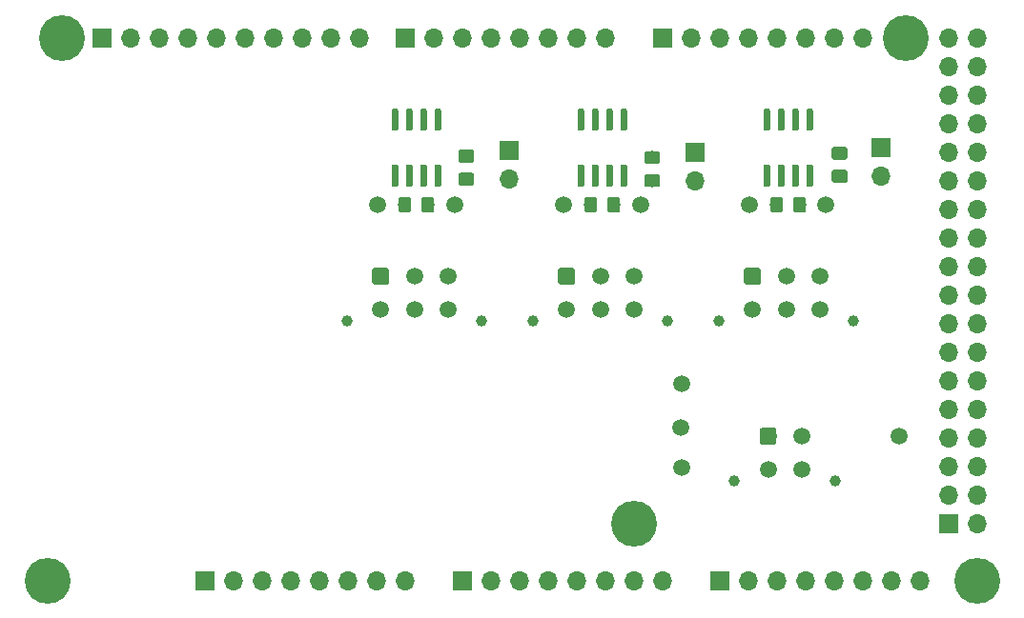
<source format=gbr>
G04 #@! TF.GenerationSoftware,KiCad,Pcbnew,(5.1.4)-1*
G04 #@! TF.CreationDate,2020-11-06T09:55:00-07:00*
G04 #@! TF.ProjectId,ABSIS_Bus_Master,41425349-535f-4427-9573-5f4d61737465,2*
G04 #@! TF.SameCoordinates,Original*
G04 #@! TF.FileFunction,Soldermask,Top*
G04 #@! TF.FilePolarity,Negative*
%FSLAX46Y46*%
G04 Gerber Fmt 4.6, Leading zero omitted, Abs format (unit mm)*
G04 Created by KiCad (PCBNEW (5.1.4)-1) date 2020-11-06 09:55:00*
%MOMM*%
%LPD*%
G04 APERTURE LIST*
%ADD10O,1.700000X1.700000*%
%ADD11R,1.700000X1.700000*%
%ADD12C,0.100000*%
%ADD13C,1.150000*%
%ADD14C,1.000000*%
%ADD15C,1.500000*%
%ADD16C,0.600000*%
%ADD17C,4.064000*%
G04 APERTURE END LIST*
D10*
X174879000Y-83566000D03*
D11*
X174879000Y-81026000D03*
D12*
G36*
X155033505Y-82874204D02*
G01*
X155057773Y-82877804D01*
X155081572Y-82883765D01*
X155104671Y-82892030D01*
X155126850Y-82902520D01*
X155147893Y-82915132D01*
X155167599Y-82929747D01*
X155185777Y-82946223D01*
X155202253Y-82964401D01*
X155216868Y-82984107D01*
X155229480Y-83005150D01*
X155239970Y-83027329D01*
X155248235Y-83050428D01*
X155254196Y-83074227D01*
X155257796Y-83098495D01*
X155259000Y-83122999D01*
X155259000Y-83773001D01*
X155257796Y-83797505D01*
X155254196Y-83821773D01*
X155248235Y-83845572D01*
X155239970Y-83868671D01*
X155229480Y-83890850D01*
X155216868Y-83911893D01*
X155202253Y-83931599D01*
X155185777Y-83949777D01*
X155167599Y-83966253D01*
X155147893Y-83980868D01*
X155126850Y-83993480D01*
X155104671Y-84003970D01*
X155081572Y-84012235D01*
X155057773Y-84018196D01*
X155033505Y-84021796D01*
X155009001Y-84023000D01*
X154108999Y-84023000D01*
X154084495Y-84021796D01*
X154060227Y-84018196D01*
X154036428Y-84012235D01*
X154013329Y-84003970D01*
X153991150Y-83993480D01*
X153970107Y-83980868D01*
X153950401Y-83966253D01*
X153932223Y-83949777D01*
X153915747Y-83931599D01*
X153901132Y-83911893D01*
X153888520Y-83890850D01*
X153878030Y-83868671D01*
X153869765Y-83845572D01*
X153863804Y-83821773D01*
X153860204Y-83797505D01*
X153859000Y-83773001D01*
X153859000Y-83122999D01*
X153860204Y-83098495D01*
X153863804Y-83074227D01*
X153869765Y-83050428D01*
X153878030Y-83027329D01*
X153888520Y-83005150D01*
X153901132Y-82984107D01*
X153915747Y-82964401D01*
X153932223Y-82946223D01*
X153950401Y-82929747D01*
X153970107Y-82915132D01*
X153991150Y-82902520D01*
X154013329Y-82892030D01*
X154036428Y-82883765D01*
X154060227Y-82877804D01*
X154084495Y-82874204D01*
X154108999Y-82873000D01*
X155009001Y-82873000D01*
X155033505Y-82874204D01*
X155033505Y-82874204D01*
G37*
D13*
X154559000Y-83448000D03*
D12*
G36*
X155033505Y-80824204D02*
G01*
X155057773Y-80827804D01*
X155081572Y-80833765D01*
X155104671Y-80842030D01*
X155126850Y-80852520D01*
X155147893Y-80865132D01*
X155167599Y-80879747D01*
X155185777Y-80896223D01*
X155202253Y-80914401D01*
X155216868Y-80934107D01*
X155229480Y-80955150D01*
X155239970Y-80977329D01*
X155248235Y-81000428D01*
X155254196Y-81024227D01*
X155257796Y-81048495D01*
X155259000Y-81072999D01*
X155259000Y-81723001D01*
X155257796Y-81747505D01*
X155254196Y-81771773D01*
X155248235Y-81795572D01*
X155239970Y-81818671D01*
X155229480Y-81840850D01*
X155216868Y-81861893D01*
X155202253Y-81881599D01*
X155185777Y-81899777D01*
X155167599Y-81916253D01*
X155147893Y-81930868D01*
X155126850Y-81943480D01*
X155104671Y-81953970D01*
X155081572Y-81962235D01*
X155057773Y-81968196D01*
X155033505Y-81971796D01*
X155009001Y-81973000D01*
X154108999Y-81973000D01*
X154084495Y-81971796D01*
X154060227Y-81968196D01*
X154036428Y-81962235D01*
X154013329Y-81953970D01*
X153991150Y-81943480D01*
X153970107Y-81930868D01*
X153950401Y-81916253D01*
X153932223Y-81899777D01*
X153915747Y-81881599D01*
X153901132Y-81861893D01*
X153888520Y-81840850D01*
X153878030Y-81818671D01*
X153869765Y-81795572D01*
X153863804Y-81771773D01*
X153860204Y-81747505D01*
X153859000Y-81723001D01*
X153859000Y-81072999D01*
X153860204Y-81048495D01*
X153863804Y-81024227D01*
X153869765Y-81000428D01*
X153878030Y-80977329D01*
X153888520Y-80955150D01*
X153901132Y-80934107D01*
X153915747Y-80914401D01*
X153932223Y-80896223D01*
X153950401Y-80879747D01*
X153970107Y-80865132D01*
X153991150Y-80852520D01*
X154013329Y-80842030D01*
X154036428Y-80833765D01*
X154060227Y-80827804D01*
X154084495Y-80824204D01*
X154108999Y-80823000D01*
X155009001Y-80823000D01*
X155033505Y-80824204D01*
X155033505Y-80824204D01*
G37*
D13*
X154559000Y-81398000D03*
D12*
G36*
X171543505Y-80951204D02*
G01*
X171567773Y-80954804D01*
X171591572Y-80960765D01*
X171614671Y-80969030D01*
X171636850Y-80979520D01*
X171657893Y-80992132D01*
X171677599Y-81006747D01*
X171695777Y-81023223D01*
X171712253Y-81041401D01*
X171726868Y-81061107D01*
X171739480Y-81082150D01*
X171749970Y-81104329D01*
X171758235Y-81127428D01*
X171764196Y-81151227D01*
X171767796Y-81175495D01*
X171769000Y-81199999D01*
X171769000Y-81850001D01*
X171767796Y-81874505D01*
X171764196Y-81898773D01*
X171758235Y-81922572D01*
X171749970Y-81945671D01*
X171739480Y-81967850D01*
X171726868Y-81988893D01*
X171712253Y-82008599D01*
X171695777Y-82026777D01*
X171677599Y-82043253D01*
X171657893Y-82057868D01*
X171636850Y-82070480D01*
X171614671Y-82080970D01*
X171591572Y-82089235D01*
X171567773Y-82095196D01*
X171543505Y-82098796D01*
X171519001Y-82100000D01*
X170618999Y-82100000D01*
X170594495Y-82098796D01*
X170570227Y-82095196D01*
X170546428Y-82089235D01*
X170523329Y-82080970D01*
X170501150Y-82070480D01*
X170480107Y-82057868D01*
X170460401Y-82043253D01*
X170442223Y-82026777D01*
X170425747Y-82008599D01*
X170411132Y-81988893D01*
X170398520Y-81967850D01*
X170388030Y-81945671D01*
X170379765Y-81922572D01*
X170373804Y-81898773D01*
X170370204Y-81874505D01*
X170369000Y-81850001D01*
X170369000Y-81199999D01*
X170370204Y-81175495D01*
X170373804Y-81151227D01*
X170379765Y-81127428D01*
X170388030Y-81104329D01*
X170398520Y-81082150D01*
X170411132Y-81061107D01*
X170425747Y-81041401D01*
X170442223Y-81023223D01*
X170460401Y-81006747D01*
X170480107Y-80992132D01*
X170501150Y-80979520D01*
X170523329Y-80969030D01*
X170546428Y-80960765D01*
X170570227Y-80954804D01*
X170594495Y-80951204D01*
X170618999Y-80950000D01*
X171519001Y-80950000D01*
X171543505Y-80951204D01*
X171543505Y-80951204D01*
G37*
D13*
X171069000Y-81525000D03*
D12*
G36*
X171543505Y-83001204D02*
G01*
X171567773Y-83004804D01*
X171591572Y-83010765D01*
X171614671Y-83019030D01*
X171636850Y-83029520D01*
X171657893Y-83042132D01*
X171677599Y-83056747D01*
X171695777Y-83073223D01*
X171712253Y-83091401D01*
X171726868Y-83111107D01*
X171739480Y-83132150D01*
X171749970Y-83154329D01*
X171758235Y-83177428D01*
X171764196Y-83201227D01*
X171767796Y-83225495D01*
X171769000Y-83249999D01*
X171769000Y-83900001D01*
X171767796Y-83924505D01*
X171764196Y-83948773D01*
X171758235Y-83972572D01*
X171749970Y-83995671D01*
X171739480Y-84017850D01*
X171726868Y-84038893D01*
X171712253Y-84058599D01*
X171695777Y-84076777D01*
X171677599Y-84093253D01*
X171657893Y-84107868D01*
X171636850Y-84120480D01*
X171614671Y-84130970D01*
X171591572Y-84139235D01*
X171567773Y-84145196D01*
X171543505Y-84148796D01*
X171519001Y-84150000D01*
X170618999Y-84150000D01*
X170594495Y-84148796D01*
X170570227Y-84145196D01*
X170546428Y-84139235D01*
X170523329Y-84130970D01*
X170501150Y-84120480D01*
X170480107Y-84107868D01*
X170460401Y-84093253D01*
X170442223Y-84076777D01*
X170425747Y-84058599D01*
X170411132Y-84038893D01*
X170398520Y-84017850D01*
X170388030Y-83995671D01*
X170379765Y-83972572D01*
X170373804Y-83948773D01*
X170370204Y-83924505D01*
X170369000Y-83900001D01*
X170369000Y-83249999D01*
X170370204Y-83225495D01*
X170373804Y-83201227D01*
X170379765Y-83177428D01*
X170388030Y-83154329D01*
X170398520Y-83132150D01*
X170411132Y-83111107D01*
X170425747Y-83091401D01*
X170442223Y-83073223D01*
X170460401Y-83056747D01*
X170480107Y-83042132D01*
X170501150Y-83029520D01*
X170523329Y-83019030D01*
X170546428Y-83010765D01*
X170570227Y-83004804D01*
X170594495Y-83001204D01*
X170618999Y-83000000D01*
X171519001Y-83000000D01*
X171543505Y-83001204D01*
X171543505Y-83001204D01*
G37*
D13*
X171069000Y-83575000D03*
D14*
X176959000Y-96015000D03*
X188959000Y-96015000D03*
D12*
G36*
X180483504Y-91326204D02*
G01*
X180507773Y-91329804D01*
X180531571Y-91335765D01*
X180554671Y-91344030D01*
X180576849Y-91354520D01*
X180597893Y-91367133D01*
X180617598Y-91381747D01*
X180635777Y-91398223D01*
X180652253Y-91416402D01*
X180666867Y-91436107D01*
X180679480Y-91457151D01*
X180689970Y-91479329D01*
X180698235Y-91502429D01*
X180704196Y-91526227D01*
X180707796Y-91550496D01*
X180709000Y-91575000D01*
X180709000Y-92575000D01*
X180707796Y-92599504D01*
X180704196Y-92623773D01*
X180698235Y-92647571D01*
X180689970Y-92670671D01*
X180679480Y-92692849D01*
X180666867Y-92713893D01*
X180652253Y-92733598D01*
X180635777Y-92751777D01*
X180617598Y-92768253D01*
X180597893Y-92782867D01*
X180576849Y-92795480D01*
X180554671Y-92805970D01*
X180531571Y-92814235D01*
X180507773Y-92820196D01*
X180483504Y-92823796D01*
X180459000Y-92825000D01*
X179459000Y-92825000D01*
X179434496Y-92823796D01*
X179410227Y-92820196D01*
X179386429Y-92814235D01*
X179363329Y-92805970D01*
X179341151Y-92795480D01*
X179320107Y-92782867D01*
X179300402Y-92768253D01*
X179282223Y-92751777D01*
X179265747Y-92733598D01*
X179251133Y-92713893D01*
X179238520Y-92692849D01*
X179228030Y-92670671D01*
X179219765Y-92647571D01*
X179213804Y-92623773D01*
X179210204Y-92599504D01*
X179209000Y-92575000D01*
X179209000Y-91575000D01*
X179210204Y-91550496D01*
X179213804Y-91526227D01*
X179219765Y-91502429D01*
X179228030Y-91479329D01*
X179238520Y-91457151D01*
X179251133Y-91436107D01*
X179265747Y-91416402D01*
X179282223Y-91398223D01*
X179300402Y-91381747D01*
X179320107Y-91367133D01*
X179341151Y-91354520D01*
X179363329Y-91344030D01*
X179386429Y-91335765D01*
X179410227Y-91329804D01*
X179434496Y-91326204D01*
X179459000Y-91325000D01*
X180459000Y-91325000D01*
X180483504Y-91326204D01*
X180483504Y-91326204D01*
G37*
D15*
X179959000Y-92075000D03*
X182959000Y-92075000D03*
X185959000Y-92075000D03*
X179959000Y-95075000D03*
X182959000Y-95075000D03*
X185959000Y-95075000D03*
D14*
X143939000Y-96015000D03*
X155939000Y-96015000D03*
D12*
G36*
X147463504Y-91326204D02*
G01*
X147487773Y-91329804D01*
X147511571Y-91335765D01*
X147534671Y-91344030D01*
X147556849Y-91354520D01*
X147577893Y-91367133D01*
X147597598Y-91381747D01*
X147615777Y-91398223D01*
X147632253Y-91416402D01*
X147646867Y-91436107D01*
X147659480Y-91457151D01*
X147669970Y-91479329D01*
X147678235Y-91502429D01*
X147684196Y-91526227D01*
X147687796Y-91550496D01*
X147689000Y-91575000D01*
X147689000Y-92575000D01*
X147687796Y-92599504D01*
X147684196Y-92623773D01*
X147678235Y-92647571D01*
X147669970Y-92670671D01*
X147659480Y-92692849D01*
X147646867Y-92713893D01*
X147632253Y-92733598D01*
X147615777Y-92751777D01*
X147597598Y-92768253D01*
X147577893Y-92782867D01*
X147556849Y-92795480D01*
X147534671Y-92805970D01*
X147511571Y-92814235D01*
X147487773Y-92820196D01*
X147463504Y-92823796D01*
X147439000Y-92825000D01*
X146439000Y-92825000D01*
X146414496Y-92823796D01*
X146390227Y-92820196D01*
X146366429Y-92814235D01*
X146343329Y-92805970D01*
X146321151Y-92795480D01*
X146300107Y-92782867D01*
X146280402Y-92768253D01*
X146262223Y-92751777D01*
X146245747Y-92733598D01*
X146231133Y-92713893D01*
X146218520Y-92692849D01*
X146208030Y-92670671D01*
X146199765Y-92647571D01*
X146193804Y-92623773D01*
X146190204Y-92599504D01*
X146189000Y-92575000D01*
X146189000Y-91575000D01*
X146190204Y-91550496D01*
X146193804Y-91526227D01*
X146199765Y-91502429D01*
X146208030Y-91479329D01*
X146218520Y-91457151D01*
X146231133Y-91436107D01*
X146245747Y-91416402D01*
X146262223Y-91398223D01*
X146280402Y-91381747D01*
X146300107Y-91367133D01*
X146321151Y-91354520D01*
X146343329Y-91344030D01*
X146366429Y-91335765D01*
X146390227Y-91329804D01*
X146414496Y-91326204D01*
X146439000Y-91325000D01*
X147439000Y-91325000D01*
X147463504Y-91326204D01*
X147463504Y-91326204D01*
G37*
D15*
X146939000Y-92075000D03*
X149939000Y-92075000D03*
X152939000Y-92075000D03*
X146939000Y-95075000D03*
X149939000Y-95075000D03*
X152939000Y-95075000D03*
D11*
X191389000Y-80645000D03*
D10*
X191389000Y-83185000D03*
D11*
X158369000Y-80899000D03*
D10*
X158369000Y-83439000D03*
D12*
G36*
X188180505Y-82620204D02*
G01*
X188204773Y-82623804D01*
X188228572Y-82629765D01*
X188251671Y-82638030D01*
X188273850Y-82648520D01*
X188294893Y-82661132D01*
X188314599Y-82675747D01*
X188332777Y-82692223D01*
X188349253Y-82710401D01*
X188363868Y-82730107D01*
X188376480Y-82751150D01*
X188386970Y-82773329D01*
X188395235Y-82796428D01*
X188401196Y-82820227D01*
X188404796Y-82844495D01*
X188406000Y-82868999D01*
X188406000Y-83519001D01*
X188404796Y-83543505D01*
X188401196Y-83567773D01*
X188395235Y-83591572D01*
X188386970Y-83614671D01*
X188376480Y-83636850D01*
X188363868Y-83657893D01*
X188349253Y-83677599D01*
X188332777Y-83695777D01*
X188314599Y-83712253D01*
X188294893Y-83726868D01*
X188273850Y-83739480D01*
X188251671Y-83749970D01*
X188228572Y-83758235D01*
X188204773Y-83764196D01*
X188180505Y-83767796D01*
X188156001Y-83769000D01*
X187255999Y-83769000D01*
X187231495Y-83767796D01*
X187207227Y-83764196D01*
X187183428Y-83758235D01*
X187160329Y-83749970D01*
X187138150Y-83739480D01*
X187117107Y-83726868D01*
X187097401Y-83712253D01*
X187079223Y-83695777D01*
X187062747Y-83677599D01*
X187048132Y-83657893D01*
X187035520Y-83636850D01*
X187025030Y-83614671D01*
X187016765Y-83591572D01*
X187010804Y-83567773D01*
X187007204Y-83543505D01*
X187006000Y-83519001D01*
X187006000Y-82868999D01*
X187007204Y-82844495D01*
X187010804Y-82820227D01*
X187016765Y-82796428D01*
X187025030Y-82773329D01*
X187035520Y-82751150D01*
X187048132Y-82730107D01*
X187062747Y-82710401D01*
X187079223Y-82692223D01*
X187097401Y-82675747D01*
X187117107Y-82661132D01*
X187138150Y-82648520D01*
X187160329Y-82638030D01*
X187183428Y-82629765D01*
X187207227Y-82623804D01*
X187231495Y-82620204D01*
X187255999Y-82619000D01*
X188156001Y-82619000D01*
X188180505Y-82620204D01*
X188180505Y-82620204D01*
G37*
D13*
X187706000Y-83194000D03*
D12*
G36*
X188180505Y-80570204D02*
G01*
X188204773Y-80573804D01*
X188228572Y-80579765D01*
X188251671Y-80588030D01*
X188273850Y-80598520D01*
X188294893Y-80611132D01*
X188314599Y-80625747D01*
X188332777Y-80642223D01*
X188349253Y-80660401D01*
X188363868Y-80680107D01*
X188376480Y-80701150D01*
X188386970Y-80723329D01*
X188395235Y-80746428D01*
X188401196Y-80770227D01*
X188404796Y-80794495D01*
X188406000Y-80818999D01*
X188406000Y-81469001D01*
X188404796Y-81493505D01*
X188401196Y-81517773D01*
X188395235Y-81541572D01*
X188386970Y-81564671D01*
X188376480Y-81586850D01*
X188363868Y-81607893D01*
X188349253Y-81627599D01*
X188332777Y-81645777D01*
X188314599Y-81662253D01*
X188294893Y-81676868D01*
X188273850Y-81689480D01*
X188251671Y-81699970D01*
X188228572Y-81708235D01*
X188204773Y-81714196D01*
X188180505Y-81717796D01*
X188156001Y-81719000D01*
X187255999Y-81719000D01*
X187231495Y-81717796D01*
X187207227Y-81714196D01*
X187183428Y-81708235D01*
X187160329Y-81699970D01*
X187138150Y-81689480D01*
X187117107Y-81676868D01*
X187097401Y-81662253D01*
X187079223Y-81645777D01*
X187062747Y-81627599D01*
X187048132Y-81607893D01*
X187035520Y-81586850D01*
X187025030Y-81564671D01*
X187016765Y-81541572D01*
X187010804Y-81517773D01*
X187007204Y-81493505D01*
X187006000Y-81469001D01*
X187006000Y-80818999D01*
X187007204Y-80794495D01*
X187010804Y-80770227D01*
X187016765Y-80746428D01*
X187025030Y-80723329D01*
X187035520Y-80701150D01*
X187048132Y-80680107D01*
X187062747Y-80660401D01*
X187079223Y-80642223D01*
X187097401Y-80625747D01*
X187117107Y-80611132D01*
X187138150Y-80598520D01*
X187160329Y-80588030D01*
X187183428Y-80579765D01*
X187207227Y-80573804D01*
X187231495Y-80570204D01*
X187255999Y-80569000D01*
X188156001Y-80569000D01*
X188180505Y-80570204D01*
X188180505Y-80570204D01*
G37*
D13*
X187706000Y-81144000D03*
D15*
X169449000Y-95075000D03*
X166449000Y-95075000D03*
X163449000Y-95075000D03*
X169449000Y-92075000D03*
X166449000Y-92075000D03*
D12*
G36*
X163973504Y-91326204D02*
G01*
X163997773Y-91329804D01*
X164021571Y-91335765D01*
X164044671Y-91344030D01*
X164066849Y-91354520D01*
X164087893Y-91367133D01*
X164107598Y-91381747D01*
X164125777Y-91398223D01*
X164142253Y-91416402D01*
X164156867Y-91436107D01*
X164169480Y-91457151D01*
X164179970Y-91479329D01*
X164188235Y-91502429D01*
X164194196Y-91526227D01*
X164197796Y-91550496D01*
X164199000Y-91575000D01*
X164199000Y-92575000D01*
X164197796Y-92599504D01*
X164194196Y-92623773D01*
X164188235Y-92647571D01*
X164179970Y-92670671D01*
X164169480Y-92692849D01*
X164156867Y-92713893D01*
X164142253Y-92733598D01*
X164125777Y-92751777D01*
X164107598Y-92768253D01*
X164087893Y-92782867D01*
X164066849Y-92795480D01*
X164044671Y-92805970D01*
X164021571Y-92814235D01*
X163997773Y-92820196D01*
X163973504Y-92823796D01*
X163949000Y-92825000D01*
X162949000Y-92825000D01*
X162924496Y-92823796D01*
X162900227Y-92820196D01*
X162876429Y-92814235D01*
X162853329Y-92805970D01*
X162831151Y-92795480D01*
X162810107Y-92782867D01*
X162790402Y-92768253D01*
X162772223Y-92751777D01*
X162755747Y-92733598D01*
X162741133Y-92713893D01*
X162728520Y-92692849D01*
X162718030Y-92670671D01*
X162709765Y-92647571D01*
X162703804Y-92623773D01*
X162700204Y-92599504D01*
X162699000Y-92575000D01*
X162699000Y-91575000D01*
X162700204Y-91550496D01*
X162703804Y-91526227D01*
X162709765Y-91502429D01*
X162718030Y-91479329D01*
X162728520Y-91457151D01*
X162741133Y-91436107D01*
X162755747Y-91416402D01*
X162772223Y-91398223D01*
X162790402Y-91381747D01*
X162810107Y-91367133D01*
X162831151Y-91354520D01*
X162853329Y-91344030D01*
X162876429Y-91335765D01*
X162900227Y-91329804D01*
X162924496Y-91326204D01*
X162949000Y-91325000D01*
X163949000Y-91325000D01*
X163973504Y-91326204D01*
X163973504Y-91326204D01*
G37*
D15*
X163449000Y-92075000D03*
D14*
X172449000Y-96015000D03*
X160449000Y-96015000D03*
D12*
G36*
X165948505Y-85026204D02*
G01*
X165972773Y-85029804D01*
X165996572Y-85035765D01*
X166019671Y-85044030D01*
X166041850Y-85054520D01*
X166062893Y-85067132D01*
X166082599Y-85081747D01*
X166100777Y-85098223D01*
X166117253Y-85116401D01*
X166131868Y-85136107D01*
X166144480Y-85157150D01*
X166154970Y-85179329D01*
X166163235Y-85202428D01*
X166169196Y-85226227D01*
X166172796Y-85250495D01*
X166174000Y-85274999D01*
X166174000Y-86175001D01*
X166172796Y-86199505D01*
X166169196Y-86223773D01*
X166163235Y-86247572D01*
X166154970Y-86270671D01*
X166144480Y-86292850D01*
X166131868Y-86313893D01*
X166117253Y-86333599D01*
X166100777Y-86351777D01*
X166082599Y-86368253D01*
X166062893Y-86382868D01*
X166041850Y-86395480D01*
X166019671Y-86405970D01*
X165996572Y-86414235D01*
X165972773Y-86420196D01*
X165948505Y-86423796D01*
X165924001Y-86425000D01*
X165273999Y-86425000D01*
X165249495Y-86423796D01*
X165225227Y-86420196D01*
X165201428Y-86414235D01*
X165178329Y-86405970D01*
X165156150Y-86395480D01*
X165135107Y-86382868D01*
X165115401Y-86368253D01*
X165097223Y-86351777D01*
X165080747Y-86333599D01*
X165066132Y-86313893D01*
X165053520Y-86292850D01*
X165043030Y-86270671D01*
X165034765Y-86247572D01*
X165028804Y-86223773D01*
X165025204Y-86199505D01*
X165024000Y-86175001D01*
X165024000Y-85274999D01*
X165025204Y-85250495D01*
X165028804Y-85226227D01*
X165034765Y-85202428D01*
X165043030Y-85179329D01*
X165053520Y-85157150D01*
X165066132Y-85136107D01*
X165080747Y-85116401D01*
X165097223Y-85098223D01*
X165115401Y-85081747D01*
X165135107Y-85067132D01*
X165156150Y-85054520D01*
X165178329Y-85044030D01*
X165201428Y-85035765D01*
X165225227Y-85029804D01*
X165249495Y-85026204D01*
X165273999Y-85025000D01*
X165924001Y-85025000D01*
X165948505Y-85026204D01*
X165948505Y-85026204D01*
G37*
D13*
X165599000Y-85725000D03*
D12*
G36*
X167998505Y-85026204D02*
G01*
X168022773Y-85029804D01*
X168046572Y-85035765D01*
X168069671Y-85044030D01*
X168091850Y-85054520D01*
X168112893Y-85067132D01*
X168132599Y-85081747D01*
X168150777Y-85098223D01*
X168167253Y-85116401D01*
X168181868Y-85136107D01*
X168194480Y-85157150D01*
X168204970Y-85179329D01*
X168213235Y-85202428D01*
X168219196Y-85226227D01*
X168222796Y-85250495D01*
X168224000Y-85274999D01*
X168224000Y-86175001D01*
X168222796Y-86199505D01*
X168219196Y-86223773D01*
X168213235Y-86247572D01*
X168204970Y-86270671D01*
X168194480Y-86292850D01*
X168181868Y-86313893D01*
X168167253Y-86333599D01*
X168150777Y-86351777D01*
X168132599Y-86368253D01*
X168112893Y-86382868D01*
X168091850Y-86395480D01*
X168069671Y-86405970D01*
X168046572Y-86414235D01*
X168022773Y-86420196D01*
X167998505Y-86423796D01*
X167974001Y-86425000D01*
X167323999Y-86425000D01*
X167299495Y-86423796D01*
X167275227Y-86420196D01*
X167251428Y-86414235D01*
X167228329Y-86405970D01*
X167206150Y-86395480D01*
X167185107Y-86382868D01*
X167165401Y-86368253D01*
X167147223Y-86351777D01*
X167130747Y-86333599D01*
X167116132Y-86313893D01*
X167103520Y-86292850D01*
X167093030Y-86270671D01*
X167084765Y-86247572D01*
X167078804Y-86223773D01*
X167075204Y-86199505D01*
X167074000Y-86175001D01*
X167074000Y-85274999D01*
X167075204Y-85250495D01*
X167078804Y-85226227D01*
X167084765Y-85202428D01*
X167093030Y-85179329D01*
X167103520Y-85157150D01*
X167116132Y-85136107D01*
X167130747Y-85116401D01*
X167147223Y-85098223D01*
X167165401Y-85081747D01*
X167185107Y-85067132D01*
X167206150Y-85054520D01*
X167228329Y-85044030D01*
X167251428Y-85035765D01*
X167275227Y-85029804D01*
X167299495Y-85026204D01*
X167323999Y-85025000D01*
X167974001Y-85025000D01*
X167998505Y-85026204D01*
X167998505Y-85026204D01*
G37*
D13*
X167649000Y-85725000D03*
D15*
X186436000Y-85725000D03*
X170053000Y-85725000D03*
X163195000Y-85725000D03*
D12*
G36*
X151488505Y-85026204D02*
G01*
X151512773Y-85029804D01*
X151536572Y-85035765D01*
X151559671Y-85044030D01*
X151581850Y-85054520D01*
X151602893Y-85067132D01*
X151622599Y-85081747D01*
X151640777Y-85098223D01*
X151657253Y-85116401D01*
X151671868Y-85136107D01*
X151684480Y-85157150D01*
X151694970Y-85179329D01*
X151703235Y-85202428D01*
X151709196Y-85226227D01*
X151712796Y-85250495D01*
X151714000Y-85274999D01*
X151714000Y-86175001D01*
X151712796Y-86199505D01*
X151709196Y-86223773D01*
X151703235Y-86247572D01*
X151694970Y-86270671D01*
X151684480Y-86292850D01*
X151671868Y-86313893D01*
X151657253Y-86333599D01*
X151640777Y-86351777D01*
X151622599Y-86368253D01*
X151602893Y-86382868D01*
X151581850Y-86395480D01*
X151559671Y-86405970D01*
X151536572Y-86414235D01*
X151512773Y-86420196D01*
X151488505Y-86423796D01*
X151464001Y-86425000D01*
X150813999Y-86425000D01*
X150789495Y-86423796D01*
X150765227Y-86420196D01*
X150741428Y-86414235D01*
X150718329Y-86405970D01*
X150696150Y-86395480D01*
X150675107Y-86382868D01*
X150655401Y-86368253D01*
X150637223Y-86351777D01*
X150620747Y-86333599D01*
X150606132Y-86313893D01*
X150593520Y-86292850D01*
X150583030Y-86270671D01*
X150574765Y-86247572D01*
X150568804Y-86223773D01*
X150565204Y-86199505D01*
X150564000Y-86175001D01*
X150564000Y-85274999D01*
X150565204Y-85250495D01*
X150568804Y-85226227D01*
X150574765Y-85202428D01*
X150583030Y-85179329D01*
X150593520Y-85157150D01*
X150606132Y-85136107D01*
X150620747Y-85116401D01*
X150637223Y-85098223D01*
X150655401Y-85081747D01*
X150675107Y-85067132D01*
X150696150Y-85054520D01*
X150718329Y-85044030D01*
X150741428Y-85035765D01*
X150765227Y-85029804D01*
X150789495Y-85026204D01*
X150813999Y-85025000D01*
X151464001Y-85025000D01*
X151488505Y-85026204D01*
X151488505Y-85026204D01*
G37*
D13*
X151139000Y-85725000D03*
D12*
G36*
X149438505Y-85026204D02*
G01*
X149462773Y-85029804D01*
X149486572Y-85035765D01*
X149509671Y-85044030D01*
X149531850Y-85054520D01*
X149552893Y-85067132D01*
X149572599Y-85081747D01*
X149590777Y-85098223D01*
X149607253Y-85116401D01*
X149621868Y-85136107D01*
X149634480Y-85157150D01*
X149644970Y-85179329D01*
X149653235Y-85202428D01*
X149659196Y-85226227D01*
X149662796Y-85250495D01*
X149664000Y-85274999D01*
X149664000Y-86175001D01*
X149662796Y-86199505D01*
X149659196Y-86223773D01*
X149653235Y-86247572D01*
X149644970Y-86270671D01*
X149634480Y-86292850D01*
X149621868Y-86313893D01*
X149607253Y-86333599D01*
X149590777Y-86351777D01*
X149572599Y-86368253D01*
X149552893Y-86382868D01*
X149531850Y-86395480D01*
X149509671Y-86405970D01*
X149486572Y-86414235D01*
X149462773Y-86420196D01*
X149438505Y-86423796D01*
X149414001Y-86425000D01*
X148763999Y-86425000D01*
X148739495Y-86423796D01*
X148715227Y-86420196D01*
X148691428Y-86414235D01*
X148668329Y-86405970D01*
X148646150Y-86395480D01*
X148625107Y-86382868D01*
X148605401Y-86368253D01*
X148587223Y-86351777D01*
X148570747Y-86333599D01*
X148556132Y-86313893D01*
X148543520Y-86292850D01*
X148533030Y-86270671D01*
X148524765Y-86247572D01*
X148518804Y-86223773D01*
X148515204Y-86199505D01*
X148514000Y-86175001D01*
X148514000Y-85274999D01*
X148515204Y-85250495D01*
X148518804Y-85226227D01*
X148524765Y-85202428D01*
X148533030Y-85179329D01*
X148543520Y-85157150D01*
X148556132Y-85136107D01*
X148570747Y-85116401D01*
X148587223Y-85098223D01*
X148605401Y-85081747D01*
X148625107Y-85067132D01*
X148646150Y-85054520D01*
X148668329Y-85044030D01*
X148691428Y-85035765D01*
X148715227Y-85029804D01*
X148739495Y-85026204D01*
X148763999Y-85025000D01*
X149414001Y-85025000D01*
X149438505Y-85026204D01*
X149438505Y-85026204D01*
G37*
D13*
X149089000Y-85725000D03*
D15*
X153543000Y-85725000D03*
X146685000Y-85725000D03*
D12*
G36*
X184508505Y-85026204D02*
G01*
X184532773Y-85029804D01*
X184556572Y-85035765D01*
X184579671Y-85044030D01*
X184601850Y-85054520D01*
X184622893Y-85067132D01*
X184642599Y-85081747D01*
X184660777Y-85098223D01*
X184677253Y-85116401D01*
X184691868Y-85136107D01*
X184704480Y-85157150D01*
X184714970Y-85179329D01*
X184723235Y-85202428D01*
X184729196Y-85226227D01*
X184732796Y-85250495D01*
X184734000Y-85274999D01*
X184734000Y-86175001D01*
X184732796Y-86199505D01*
X184729196Y-86223773D01*
X184723235Y-86247572D01*
X184714970Y-86270671D01*
X184704480Y-86292850D01*
X184691868Y-86313893D01*
X184677253Y-86333599D01*
X184660777Y-86351777D01*
X184642599Y-86368253D01*
X184622893Y-86382868D01*
X184601850Y-86395480D01*
X184579671Y-86405970D01*
X184556572Y-86414235D01*
X184532773Y-86420196D01*
X184508505Y-86423796D01*
X184484001Y-86425000D01*
X183833999Y-86425000D01*
X183809495Y-86423796D01*
X183785227Y-86420196D01*
X183761428Y-86414235D01*
X183738329Y-86405970D01*
X183716150Y-86395480D01*
X183695107Y-86382868D01*
X183675401Y-86368253D01*
X183657223Y-86351777D01*
X183640747Y-86333599D01*
X183626132Y-86313893D01*
X183613520Y-86292850D01*
X183603030Y-86270671D01*
X183594765Y-86247572D01*
X183588804Y-86223773D01*
X183585204Y-86199505D01*
X183584000Y-86175001D01*
X183584000Y-85274999D01*
X183585204Y-85250495D01*
X183588804Y-85226227D01*
X183594765Y-85202428D01*
X183603030Y-85179329D01*
X183613520Y-85157150D01*
X183626132Y-85136107D01*
X183640747Y-85116401D01*
X183657223Y-85098223D01*
X183675401Y-85081747D01*
X183695107Y-85067132D01*
X183716150Y-85054520D01*
X183738329Y-85044030D01*
X183761428Y-85035765D01*
X183785227Y-85029804D01*
X183809495Y-85026204D01*
X183833999Y-85025000D01*
X184484001Y-85025000D01*
X184508505Y-85026204D01*
X184508505Y-85026204D01*
G37*
D13*
X184159000Y-85725000D03*
D12*
G36*
X182458505Y-85026204D02*
G01*
X182482773Y-85029804D01*
X182506572Y-85035765D01*
X182529671Y-85044030D01*
X182551850Y-85054520D01*
X182572893Y-85067132D01*
X182592599Y-85081747D01*
X182610777Y-85098223D01*
X182627253Y-85116401D01*
X182641868Y-85136107D01*
X182654480Y-85157150D01*
X182664970Y-85179329D01*
X182673235Y-85202428D01*
X182679196Y-85226227D01*
X182682796Y-85250495D01*
X182684000Y-85274999D01*
X182684000Y-86175001D01*
X182682796Y-86199505D01*
X182679196Y-86223773D01*
X182673235Y-86247572D01*
X182664970Y-86270671D01*
X182654480Y-86292850D01*
X182641868Y-86313893D01*
X182627253Y-86333599D01*
X182610777Y-86351777D01*
X182592599Y-86368253D01*
X182572893Y-86382868D01*
X182551850Y-86395480D01*
X182529671Y-86405970D01*
X182506572Y-86414235D01*
X182482773Y-86420196D01*
X182458505Y-86423796D01*
X182434001Y-86425000D01*
X181783999Y-86425000D01*
X181759495Y-86423796D01*
X181735227Y-86420196D01*
X181711428Y-86414235D01*
X181688329Y-86405970D01*
X181666150Y-86395480D01*
X181645107Y-86382868D01*
X181625401Y-86368253D01*
X181607223Y-86351777D01*
X181590747Y-86333599D01*
X181576132Y-86313893D01*
X181563520Y-86292850D01*
X181553030Y-86270671D01*
X181544765Y-86247572D01*
X181538804Y-86223773D01*
X181535204Y-86199505D01*
X181534000Y-86175001D01*
X181534000Y-85274999D01*
X181535204Y-85250495D01*
X181538804Y-85226227D01*
X181544765Y-85202428D01*
X181553030Y-85179329D01*
X181563520Y-85157150D01*
X181576132Y-85136107D01*
X181590747Y-85116401D01*
X181607223Y-85098223D01*
X181625401Y-85081747D01*
X181645107Y-85067132D01*
X181666150Y-85054520D01*
X181688329Y-85044030D01*
X181711428Y-85035765D01*
X181735227Y-85029804D01*
X181759495Y-85026204D01*
X181783999Y-85025000D01*
X182434001Y-85025000D01*
X182458505Y-85026204D01*
X182458505Y-85026204D01*
G37*
D13*
X182109000Y-85725000D03*
D12*
G36*
X185203703Y-77195722D02*
G01*
X185218264Y-77197882D01*
X185232543Y-77201459D01*
X185246403Y-77206418D01*
X185259710Y-77212712D01*
X185272336Y-77220280D01*
X185284159Y-77229048D01*
X185295066Y-77238934D01*
X185304952Y-77249841D01*
X185313720Y-77261664D01*
X185321288Y-77274290D01*
X185327582Y-77287597D01*
X185332541Y-77301457D01*
X185336118Y-77315736D01*
X185338278Y-77330297D01*
X185339000Y-77345000D01*
X185339000Y-78995000D01*
X185338278Y-79009703D01*
X185336118Y-79024264D01*
X185332541Y-79038543D01*
X185327582Y-79052403D01*
X185321288Y-79065710D01*
X185313720Y-79078336D01*
X185304952Y-79090159D01*
X185295066Y-79101066D01*
X185284159Y-79110952D01*
X185272336Y-79119720D01*
X185259710Y-79127288D01*
X185246403Y-79133582D01*
X185232543Y-79138541D01*
X185218264Y-79142118D01*
X185203703Y-79144278D01*
X185189000Y-79145000D01*
X184889000Y-79145000D01*
X184874297Y-79144278D01*
X184859736Y-79142118D01*
X184845457Y-79138541D01*
X184831597Y-79133582D01*
X184818290Y-79127288D01*
X184805664Y-79119720D01*
X184793841Y-79110952D01*
X184782934Y-79101066D01*
X184773048Y-79090159D01*
X184764280Y-79078336D01*
X184756712Y-79065710D01*
X184750418Y-79052403D01*
X184745459Y-79038543D01*
X184741882Y-79024264D01*
X184739722Y-79009703D01*
X184739000Y-78995000D01*
X184739000Y-77345000D01*
X184739722Y-77330297D01*
X184741882Y-77315736D01*
X184745459Y-77301457D01*
X184750418Y-77287597D01*
X184756712Y-77274290D01*
X184764280Y-77261664D01*
X184773048Y-77249841D01*
X184782934Y-77238934D01*
X184793841Y-77229048D01*
X184805664Y-77220280D01*
X184818290Y-77212712D01*
X184831597Y-77206418D01*
X184845457Y-77201459D01*
X184859736Y-77197882D01*
X184874297Y-77195722D01*
X184889000Y-77195000D01*
X185189000Y-77195000D01*
X185203703Y-77195722D01*
X185203703Y-77195722D01*
G37*
D16*
X185039000Y-78170000D03*
D12*
G36*
X183933703Y-77195722D02*
G01*
X183948264Y-77197882D01*
X183962543Y-77201459D01*
X183976403Y-77206418D01*
X183989710Y-77212712D01*
X184002336Y-77220280D01*
X184014159Y-77229048D01*
X184025066Y-77238934D01*
X184034952Y-77249841D01*
X184043720Y-77261664D01*
X184051288Y-77274290D01*
X184057582Y-77287597D01*
X184062541Y-77301457D01*
X184066118Y-77315736D01*
X184068278Y-77330297D01*
X184069000Y-77345000D01*
X184069000Y-78995000D01*
X184068278Y-79009703D01*
X184066118Y-79024264D01*
X184062541Y-79038543D01*
X184057582Y-79052403D01*
X184051288Y-79065710D01*
X184043720Y-79078336D01*
X184034952Y-79090159D01*
X184025066Y-79101066D01*
X184014159Y-79110952D01*
X184002336Y-79119720D01*
X183989710Y-79127288D01*
X183976403Y-79133582D01*
X183962543Y-79138541D01*
X183948264Y-79142118D01*
X183933703Y-79144278D01*
X183919000Y-79145000D01*
X183619000Y-79145000D01*
X183604297Y-79144278D01*
X183589736Y-79142118D01*
X183575457Y-79138541D01*
X183561597Y-79133582D01*
X183548290Y-79127288D01*
X183535664Y-79119720D01*
X183523841Y-79110952D01*
X183512934Y-79101066D01*
X183503048Y-79090159D01*
X183494280Y-79078336D01*
X183486712Y-79065710D01*
X183480418Y-79052403D01*
X183475459Y-79038543D01*
X183471882Y-79024264D01*
X183469722Y-79009703D01*
X183469000Y-78995000D01*
X183469000Y-77345000D01*
X183469722Y-77330297D01*
X183471882Y-77315736D01*
X183475459Y-77301457D01*
X183480418Y-77287597D01*
X183486712Y-77274290D01*
X183494280Y-77261664D01*
X183503048Y-77249841D01*
X183512934Y-77238934D01*
X183523841Y-77229048D01*
X183535664Y-77220280D01*
X183548290Y-77212712D01*
X183561597Y-77206418D01*
X183575457Y-77201459D01*
X183589736Y-77197882D01*
X183604297Y-77195722D01*
X183619000Y-77195000D01*
X183919000Y-77195000D01*
X183933703Y-77195722D01*
X183933703Y-77195722D01*
G37*
D16*
X183769000Y-78170000D03*
D12*
G36*
X182663703Y-77195722D02*
G01*
X182678264Y-77197882D01*
X182692543Y-77201459D01*
X182706403Y-77206418D01*
X182719710Y-77212712D01*
X182732336Y-77220280D01*
X182744159Y-77229048D01*
X182755066Y-77238934D01*
X182764952Y-77249841D01*
X182773720Y-77261664D01*
X182781288Y-77274290D01*
X182787582Y-77287597D01*
X182792541Y-77301457D01*
X182796118Y-77315736D01*
X182798278Y-77330297D01*
X182799000Y-77345000D01*
X182799000Y-78995000D01*
X182798278Y-79009703D01*
X182796118Y-79024264D01*
X182792541Y-79038543D01*
X182787582Y-79052403D01*
X182781288Y-79065710D01*
X182773720Y-79078336D01*
X182764952Y-79090159D01*
X182755066Y-79101066D01*
X182744159Y-79110952D01*
X182732336Y-79119720D01*
X182719710Y-79127288D01*
X182706403Y-79133582D01*
X182692543Y-79138541D01*
X182678264Y-79142118D01*
X182663703Y-79144278D01*
X182649000Y-79145000D01*
X182349000Y-79145000D01*
X182334297Y-79144278D01*
X182319736Y-79142118D01*
X182305457Y-79138541D01*
X182291597Y-79133582D01*
X182278290Y-79127288D01*
X182265664Y-79119720D01*
X182253841Y-79110952D01*
X182242934Y-79101066D01*
X182233048Y-79090159D01*
X182224280Y-79078336D01*
X182216712Y-79065710D01*
X182210418Y-79052403D01*
X182205459Y-79038543D01*
X182201882Y-79024264D01*
X182199722Y-79009703D01*
X182199000Y-78995000D01*
X182199000Y-77345000D01*
X182199722Y-77330297D01*
X182201882Y-77315736D01*
X182205459Y-77301457D01*
X182210418Y-77287597D01*
X182216712Y-77274290D01*
X182224280Y-77261664D01*
X182233048Y-77249841D01*
X182242934Y-77238934D01*
X182253841Y-77229048D01*
X182265664Y-77220280D01*
X182278290Y-77212712D01*
X182291597Y-77206418D01*
X182305457Y-77201459D01*
X182319736Y-77197882D01*
X182334297Y-77195722D01*
X182349000Y-77195000D01*
X182649000Y-77195000D01*
X182663703Y-77195722D01*
X182663703Y-77195722D01*
G37*
D16*
X182499000Y-78170000D03*
D12*
G36*
X181393703Y-77195722D02*
G01*
X181408264Y-77197882D01*
X181422543Y-77201459D01*
X181436403Y-77206418D01*
X181449710Y-77212712D01*
X181462336Y-77220280D01*
X181474159Y-77229048D01*
X181485066Y-77238934D01*
X181494952Y-77249841D01*
X181503720Y-77261664D01*
X181511288Y-77274290D01*
X181517582Y-77287597D01*
X181522541Y-77301457D01*
X181526118Y-77315736D01*
X181528278Y-77330297D01*
X181529000Y-77345000D01*
X181529000Y-78995000D01*
X181528278Y-79009703D01*
X181526118Y-79024264D01*
X181522541Y-79038543D01*
X181517582Y-79052403D01*
X181511288Y-79065710D01*
X181503720Y-79078336D01*
X181494952Y-79090159D01*
X181485066Y-79101066D01*
X181474159Y-79110952D01*
X181462336Y-79119720D01*
X181449710Y-79127288D01*
X181436403Y-79133582D01*
X181422543Y-79138541D01*
X181408264Y-79142118D01*
X181393703Y-79144278D01*
X181379000Y-79145000D01*
X181079000Y-79145000D01*
X181064297Y-79144278D01*
X181049736Y-79142118D01*
X181035457Y-79138541D01*
X181021597Y-79133582D01*
X181008290Y-79127288D01*
X180995664Y-79119720D01*
X180983841Y-79110952D01*
X180972934Y-79101066D01*
X180963048Y-79090159D01*
X180954280Y-79078336D01*
X180946712Y-79065710D01*
X180940418Y-79052403D01*
X180935459Y-79038543D01*
X180931882Y-79024264D01*
X180929722Y-79009703D01*
X180929000Y-78995000D01*
X180929000Y-77345000D01*
X180929722Y-77330297D01*
X180931882Y-77315736D01*
X180935459Y-77301457D01*
X180940418Y-77287597D01*
X180946712Y-77274290D01*
X180954280Y-77261664D01*
X180963048Y-77249841D01*
X180972934Y-77238934D01*
X180983841Y-77229048D01*
X180995664Y-77220280D01*
X181008290Y-77212712D01*
X181021597Y-77206418D01*
X181035457Y-77201459D01*
X181049736Y-77197882D01*
X181064297Y-77195722D01*
X181079000Y-77195000D01*
X181379000Y-77195000D01*
X181393703Y-77195722D01*
X181393703Y-77195722D01*
G37*
D16*
X181229000Y-78170000D03*
D12*
G36*
X181393703Y-82145722D02*
G01*
X181408264Y-82147882D01*
X181422543Y-82151459D01*
X181436403Y-82156418D01*
X181449710Y-82162712D01*
X181462336Y-82170280D01*
X181474159Y-82179048D01*
X181485066Y-82188934D01*
X181494952Y-82199841D01*
X181503720Y-82211664D01*
X181511288Y-82224290D01*
X181517582Y-82237597D01*
X181522541Y-82251457D01*
X181526118Y-82265736D01*
X181528278Y-82280297D01*
X181529000Y-82295000D01*
X181529000Y-83945000D01*
X181528278Y-83959703D01*
X181526118Y-83974264D01*
X181522541Y-83988543D01*
X181517582Y-84002403D01*
X181511288Y-84015710D01*
X181503720Y-84028336D01*
X181494952Y-84040159D01*
X181485066Y-84051066D01*
X181474159Y-84060952D01*
X181462336Y-84069720D01*
X181449710Y-84077288D01*
X181436403Y-84083582D01*
X181422543Y-84088541D01*
X181408264Y-84092118D01*
X181393703Y-84094278D01*
X181379000Y-84095000D01*
X181079000Y-84095000D01*
X181064297Y-84094278D01*
X181049736Y-84092118D01*
X181035457Y-84088541D01*
X181021597Y-84083582D01*
X181008290Y-84077288D01*
X180995664Y-84069720D01*
X180983841Y-84060952D01*
X180972934Y-84051066D01*
X180963048Y-84040159D01*
X180954280Y-84028336D01*
X180946712Y-84015710D01*
X180940418Y-84002403D01*
X180935459Y-83988543D01*
X180931882Y-83974264D01*
X180929722Y-83959703D01*
X180929000Y-83945000D01*
X180929000Y-82295000D01*
X180929722Y-82280297D01*
X180931882Y-82265736D01*
X180935459Y-82251457D01*
X180940418Y-82237597D01*
X180946712Y-82224290D01*
X180954280Y-82211664D01*
X180963048Y-82199841D01*
X180972934Y-82188934D01*
X180983841Y-82179048D01*
X180995664Y-82170280D01*
X181008290Y-82162712D01*
X181021597Y-82156418D01*
X181035457Y-82151459D01*
X181049736Y-82147882D01*
X181064297Y-82145722D01*
X181079000Y-82145000D01*
X181379000Y-82145000D01*
X181393703Y-82145722D01*
X181393703Y-82145722D01*
G37*
D16*
X181229000Y-83120000D03*
D12*
G36*
X182663703Y-82145722D02*
G01*
X182678264Y-82147882D01*
X182692543Y-82151459D01*
X182706403Y-82156418D01*
X182719710Y-82162712D01*
X182732336Y-82170280D01*
X182744159Y-82179048D01*
X182755066Y-82188934D01*
X182764952Y-82199841D01*
X182773720Y-82211664D01*
X182781288Y-82224290D01*
X182787582Y-82237597D01*
X182792541Y-82251457D01*
X182796118Y-82265736D01*
X182798278Y-82280297D01*
X182799000Y-82295000D01*
X182799000Y-83945000D01*
X182798278Y-83959703D01*
X182796118Y-83974264D01*
X182792541Y-83988543D01*
X182787582Y-84002403D01*
X182781288Y-84015710D01*
X182773720Y-84028336D01*
X182764952Y-84040159D01*
X182755066Y-84051066D01*
X182744159Y-84060952D01*
X182732336Y-84069720D01*
X182719710Y-84077288D01*
X182706403Y-84083582D01*
X182692543Y-84088541D01*
X182678264Y-84092118D01*
X182663703Y-84094278D01*
X182649000Y-84095000D01*
X182349000Y-84095000D01*
X182334297Y-84094278D01*
X182319736Y-84092118D01*
X182305457Y-84088541D01*
X182291597Y-84083582D01*
X182278290Y-84077288D01*
X182265664Y-84069720D01*
X182253841Y-84060952D01*
X182242934Y-84051066D01*
X182233048Y-84040159D01*
X182224280Y-84028336D01*
X182216712Y-84015710D01*
X182210418Y-84002403D01*
X182205459Y-83988543D01*
X182201882Y-83974264D01*
X182199722Y-83959703D01*
X182199000Y-83945000D01*
X182199000Y-82295000D01*
X182199722Y-82280297D01*
X182201882Y-82265736D01*
X182205459Y-82251457D01*
X182210418Y-82237597D01*
X182216712Y-82224290D01*
X182224280Y-82211664D01*
X182233048Y-82199841D01*
X182242934Y-82188934D01*
X182253841Y-82179048D01*
X182265664Y-82170280D01*
X182278290Y-82162712D01*
X182291597Y-82156418D01*
X182305457Y-82151459D01*
X182319736Y-82147882D01*
X182334297Y-82145722D01*
X182349000Y-82145000D01*
X182649000Y-82145000D01*
X182663703Y-82145722D01*
X182663703Y-82145722D01*
G37*
D16*
X182499000Y-83120000D03*
D12*
G36*
X183933703Y-82145722D02*
G01*
X183948264Y-82147882D01*
X183962543Y-82151459D01*
X183976403Y-82156418D01*
X183989710Y-82162712D01*
X184002336Y-82170280D01*
X184014159Y-82179048D01*
X184025066Y-82188934D01*
X184034952Y-82199841D01*
X184043720Y-82211664D01*
X184051288Y-82224290D01*
X184057582Y-82237597D01*
X184062541Y-82251457D01*
X184066118Y-82265736D01*
X184068278Y-82280297D01*
X184069000Y-82295000D01*
X184069000Y-83945000D01*
X184068278Y-83959703D01*
X184066118Y-83974264D01*
X184062541Y-83988543D01*
X184057582Y-84002403D01*
X184051288Y-84015710D01*
X184043720Y-84028336D01*
X184034952Y-84040159D01*
X184025066Y-84051066D01*
X184014159Y-84060952D01*
X184002336Y-84069720D01*
X183989710Y-84077288D01*
X183976403Y-84083582D01*
X183962543Y-84088541D01*
X183948264Y-84092118D01*
X183933703Y-84094278D01*
X183919000Y-84095000D01*
X183619000Y-84095000D01*
X183604297Y-84094278D01*
X183589736Y-84092118D01*
X183575457Y-84088541D01*
X183561597Y-84083582D01*
X183548290Y-84077288D01*
X183535664Y-84069720D01*
X183523841Y-84060952D01*
X183512934Y-84051066D01*
X183503048Y-84040159D01*
X183494280Y-84028336D01*
X183486712Y-84015710D01*
X183480418Y-84002403D01*
X183475459Y-83988543D01*
X183471882Y-83974264D01*
X183469722Y-83959703D01*
X183469000Y-83945000D01*
X183469000Y-82295000D01*
X183469722Y-82280297D01*
X183471882Y-82265736D01*
X183475459Y-82251457D01*
X183480418Y-82237597D01*
X183486712Y-82224290D01*
X183494280Y-82211664D01*
X183503048Y-82199841D01*
X183512934Y-82188934D01*
X183523841Y-82179048D01*
X183535664Y-82170280D01*
X183548290Y-82162712D01*
X183561597Y-82156418D01*
X183575457Y-82151459D01*
X183589736Y-82147882D01*
X183604297Y-82145722D01*
X183619000Y-82145000D01*
X183919000Y-82145000D01*
X183933703Y-82145722D01*
X183933703Y-82145722D01*
G37*
D16*
X183769000Y-83120000D03*
D12*
G36*
X185203703Y-82145722D02*
G01*
X185218264Y-82147882D01*
X185232543Y-82151459D01*
X185246403Y-82156418D01*
X185259710Y-82162712D01*
X185272336Y-82170280D01*
X185284159Y-82179048D01*
X185295066Y-82188934D01*
X185304952Y-82199841D01*
X185313720Y-82211664D01*
X185321288Y-82224290D01*
X185327582Y-82237597D01*
X185332541Y-82251457D01*
X185336118Y-82265736D01*
X185338278Y-82280297D01*
X185339000Y-82295000D01*
X185339000Y-83945000D01*
X185338278Y-83959703D01*
X185336118Y-83974264D01*
X185332541Y-83988543D01*
X185327582Y-84002403D01*
X185321288Y-84015710D01*
X185313720Y-84028336D01*
X185304952Y-84040159D01*
X185295066Y-84051066D01*
X185284159Y-84060952D01*
X185272336Y-84069720D01*
X185259710Y-84077288D01*
X185246403Y-84083582D01*
X185232543Y-84088541D01*
X185218264Y-84092118D01*
X185203703Y-84094278D01*
X185189000Y-84095000D01*
X184889000Y-84095000D01*
X184874297Y-84094278D01*
X184859736Y-84092118D01*
X184845457Y-84088541D01*
X184831597Y-84083582D01*
X184818290Y-84077288D01*
X184805664Y-84069720D01*
X184793841Y-84060952D01*
X184782934Y-84051066D01*
X184773048Y-84040159D01*
X184764280Y-84028336D01*
X184756712Y-84015710D01*
X184750418Y-84002403D01*
X184745459Y-83988543D01*
X184741882Y-83974264D01*
X184739722Y-83959703D01*
X184739000Y-83945000D01*
X184739000Y-82295000D01*
X184739722Y-82280297D01*
X184741882Y-82265736D01*
X184745459Y-82251457D01*
X184750418Y-82237597D01*
X184756712Y-82224290D01*
X184764280Y-82211664D01*
X184773048Y-82199841D01*
X184782934Y-82188934D01*
X184793841Y-82179048D01*
X184805664Y-82170280D01*
X184818290Y-82162712D01*
X184831597Y-82156418D01*
X184845457Y-82151459D01*
X184859736Y-82147882D01*
X184874297Y-82145722D01*
X184889000Y-82145000D01*
X185189000Y-82145000D01*
X185203703Y-82145722D01*
X185203703Y-82145722D01*
G37*
D16*
X185039000Y-83120000D03*
D12*
G36*
X168693703Y-82145722D02*
G01*
X168708264Y-82147882D01*
X168722543Y-82151459D01*
X168736403Y-82156418D01*
X168749710Y-82162712D01*
X168762336Y-82170280D01*
X168774159Y-82179048D01*
X168785066Y-82188934D01*
X168794952Y-82199841D01*
X168803720Y-82211664D01*
X168811288Y-82224290D01*
X168817582Y-82237597D01*
X168822541Y-82251457D01*
X168826118Y-82265736D01*
X168828278Y-82280297D01*
X168829000Y-82295000D01*
X168829000Y-83945000D01*
X168828278Y-83959703D01*
X168826118Y-83974264D01*
X168822541Y-83988543D01*
X168817582Y-84002403D01*
X168811288Y-84015710D01*
X168803720Y-84028336D01*
X168794952Y-84040159D01*
X168785066Y-84051066D01*
X168774159Y-84060952D01*
X168762336Y-84069720D01*
X168749710Y-84077288D01*
X168736403Y-84083582D01*
X168722543Y-84088541D01*
X168708264Y-84092118D01*
X168693703Y-84094278D01*
X168679000Y-84095000D01*
X168379000Y-84095000D01*
X168364297Y-84094278D01*
X168349736Y-84092118D01*
X168335457Y-84088541D01*
X168321597Y-84083582D01*
X168308290Y-84077288D01*
X168295664Y-84069720D01*
X168283841Y-84060952D01*
X168272934Y-84051066D01*
X168263048Y-84040159D01*
X168254280Y-84028336D01*
X168246712Y-84015710D01*
X168240418Y-84002403D01*
X168235459Y-83988543D01*
X168231882Y-83974264D01*
X168229722Y-83959703D01*
X168229000Y-83945000D01*
X168229000Y-82295000D01*
X168229722Y-82280297D01*
X168231882Y-82265736D01*
X168235459Y-82251457D01*
X168240418Y-82237597D01*
X168246712Y-82224290D01*
X168254280Y-82211664D01*
X168263048Y-82199841D01*
X168272934Y-82188934D01*
X168283841Y-82179048D01*
X168295664Y-82170280D01*
X168308290Y-82162712D01*
X168321597Y-82156418D01*
X168335457Y-82151459D01*
X168349736Y-82147882D01*
X168364297Y-82145722D01*
X168379000Y-82145000D01*
X168679000Y-82145000D01*
X168693703Y-82145722D01*
X168693703Y-82145722D01*
G37*
D16*
X168529000Y-83120000D03*
D12*
G36*
X167423703Y-82145722D02*
G01*
X167438264Y-82147882D01*
X167452543Y-82151459D01*
X167466403Y-82156418D01*
X167479710Y-82162712D01*
X167492336Y-82170280D01*
X167504159Y-82179048D01*
X167515066Y-82188934D01*
X167524952Y-82199841D01*
X167533720Y-82211664D01*
X167541288Y-82224290D01*
X167547582Y-82237597D01*
X167552541Y-82251457D01*
X167556118Y-82265736D01*
X167558278Y-82280297D01*
X167559000Y-82295000D01*
X167559000Y-83945000D01*
X167558278Y-83959703D01*
X167556118Y-83974264D01*
X167552541Y-83988543D01*
X167547582Y-84002403D01*
X167541288Y-84015710D01*
X167533720Y-84028336D01*
X167524952Y-84040159D01*
X167515066Y-84051066D01*
X167504159Y-84060952D01*
X167492336Y-84069720D01*
X167479710Y-84077288D01*
X167466403Y-84083582D01*
X167452543Y-84088541D01*
X167438264Y-84092118D01*
X167423703Y-84094278D01*
X167409000Y-84095000D01*
X167109000Y-84095000D01*
X167094297Y-84094278D01*
X167079736Y-84092118D01*
X167065457Y-84088541D01*
X167051597Y-84083582D01*
X167038290Y-84077288D01*
X167025664Y-84069720D01*
X167013841Y-84060952D01*
X167002934Y-84051066D01*
X166993048Y-84040159D01*
X166984280Y-84028336D01*
X166976712Y-84015710D01*
X166970418Y-84002403D01*
X166965459Y-83988543D01*
X166961882Y-83974264D01*
X166959722Y-83959703D01*
X166959000Y-83945000D01*
X166959000Y-82295000D01*
X166959722Y-82280297D01*
X166961882Y-82265736D01*
X166965459Y-82251457D01*
X166970418Y-82237597D01*
X166976712Y-82224290D01*
X166984280Y-82211664D01*
X166993048Y-82199841D01*
X167002934Y-82188934D01*
X167013841Y-82179048D01*
X167025664Y-82170280D01*
X167038290Y-82162712D01*
X167051597Y-82156418D01*
X167065457Y-82151459D01*
X167079736Y-82147882D01*
X167094297Y-82145722D01*
X167109000Y-82145000D01*
X167409000Y-82145000D01*
X167423703Y-82145722D01*
X167423703Y-82145722D01*
G37*
D16*
X167259000Y-83120000D03*
D12*
G36*
X166153703Y-82145722D02*
G01*
X166168264Y-82147882D01*
X166182543Y-82151459D01*
X166196403Y-82156418D01*
X166209710Y-82162712D01*
X166222336Y-82170280D01*
X166234159Y-82179048D01*
X166245066Y-82188934D01*
X166254952Y-82199841D01*
X166263720Y-82211664D01*
X166271288Y-82224290D01*
X166277582Y-82237597D01*
X166282541Y-82251457D01*
X166286118Y-82265736D01*
X166288278Y-82280297D01*
X166289000Y-82295000D01*
X166289000Y-83945000D01*
X166288278Y-83959703D01*
X166286118Y-83974264D01*
X166282541Y-83988543D01*
X166277582Y-84002403D01*
X166271288Y-84015710D01*
X166263720Y-84028336D01*
X166254952Y-84040159D01*
X166245066Y-84051066D01*
X166234159Y-84060952D01*
X166222336Y-84069720D01*
X166209710Y-84077288D01*
X166196403Y-84083582D01*
X166182543Y-84088541D01*
X166168264Y-84092118D01*
X166153703Y-84094278D01*
X166139000Y-84095000D01*
X165839000Y-84095000D01*
X165824297Y-84094278D01*
X165809736Y-84092118D01*
X165795457Y-84088541D01*
X165781597Y-84083582D01*
X165768290Y-84077288D01*
X165755664Y-84069720D01*
X165743841Y-84060952D01*
X165732934Y-84051066D01*
X165723048Y-84040159D01*
X165714280Y-84028336D01*
X165706712Y-84015710D01*
X165700418Y-84002403D01*
X165695459Y-83988543D01*
X165691882Y-83974264D01*
X165689722Y-83959703D01*
X165689000Y-83945000D01*
X165689000Y-82295000D01*
X165689722Y-82280297D01*
X165691882Y-82265736D01*
X165695459Y-82251457D01*
X165700418Y-82237597D01*
X165706712Y-82224290D01*
X165714280Y-82211664D01*
X165723048Y-82199841D01*
X165732934Y-82188934D01*
X165743841Y-82179048D01*
X165755664Y-82170280D01*
X165768290Y-82162712D01*
X165781597Y-82156418D01*
X165795457Y-82151459D01*
X165809736Y-82147882D01*
X165824297Y-82145722D01*
X165839000Y-82145000D01*
X166139000Y-82145000D01*
X166153703Y-82145722D01*
X166153703Y-82145722D01*
G37*
D16*
X165989000Y-83120000D03*
D12*
G36*
X164883703Y-82145722D02*
G01*
X164898264Y-82147882D01*
X164912543Y-82151459D01*
X164926403Y-82156418D01*
X164939710Y-82162712D01*
X164952336Y-82170280D01*
X164964159Y-82179048D01*
X164975066Y-82188934D01*
X164984952Y-82199841D01*
X164993720Y-82211664D01*
X165001288Y-82224290D01*
X165007582Y-82237597D01*
X165012541Y-82251457D01*
X165016118Y-82265736D01*
X165018278Y-82280297D01*
X165019000Y-82295000D01*
X165019000Y-83945000D01*
X165018278Y-83959703D01*
X165016118Y-83974264D01*
X165012541Y-83988543D01*
X165007582Y-84002403D01*
X165001288Y-84015710D01*
X164993720Y-84028336D01*
X164984952Y-84040159D01*
X164975066Y-84051066D01*
X164964159Y-84060952D01*
X164952336Y-84069720D01*
X164939710Y-84077288D01*
X164926403Y-84083582D01*
X164912543Y-84088541D01*
X164898264Y-84092118D01*
X164883703Y-84094278D01*
X164869000Y-84095000D01*
X164569000Y-84095000D01*
X164554297Y-84094278D01*
X164539736Y-84092118D01*
X164525457Y-84088541D01*
X164511597Y-84083582D01*
X164498290Y-84077288D01*
X164485664Y-84069720D01*
X164473841Y-84060952D01*
X164462934Y-84051066D01*
X164453048Y-84040159D01*
X164444280Y-84028336D01*
X164436712Y-84015710D01*
X164430418Y-84002403D01*
X164425459Y-83988543D01*
X164421882Y-83974264D01*
X164419722Y-83959703D01*
X164419000Y-83945000D01*
X164419000Y-82295000D01*
X164419722Y-82280297D01*
X164421882Y-82265736D01*
X164425459Y-82251457D01*
X164430418Y-82237597D01*
X164436712Y-82224290D01*
X164444280Y-82211664D01*
X164453048Y-82199841D01*
X164462934Y-82188934D01*
X164473841Y-82179048D01*
X164485664Y-82170280D01*
X164498290Y-82162712D01*
X164511597Y-82156418D01*
X164525457Y-82151459D01*
X164539736Y-82147882D01*
X164554297Y-82145722D01*
X164569000Y-82145000D01*
X164869000Y-82145000D01*
X164883703Y-82145722D01*
X164883703Y-82145722D01*
G37*
D16*
X164719000Y-83120000D03*
D12*
G36*
X164883703Y-77195722D02*
G01*
X164898264Y-77197882D01*
X164912543Y-77201459D01*
X164926403Y-77206418D01*
X164939710Y-77212712D01*
X164952336Y-77220280D01*
X164964159Y-77229048D01*
X164975066Y-77238934D01*
X164984952Y-77249841D01*
X164993720Y-77261664D01*
X165001288Y-77274290D01*
X165007582Y-77287597D01*
X165012541Y-77301457D01*
X165016118Y-77315736D01*
X165018278Y-77330297D01*
X165019000Y-77345000D01*
X165019000Y-78995000D01*
X165018278Y-79009703D01*
X165016118Y-79024264D01*
X165012541Y-79038543D01*
X165007582Y-79052403D01*
X165001288Y-79065710D01*
X164993720Y-79078336D01*
X164984952Y-79090159D01*
X164975066Y-79101066D01*
X164964159Y-79110952D01*
X164952336Y-79119720D01*
X164939710Y-79127288D01*
X164926403Y-79133582D01*
X164912543Y-79138541D01*
X164898264Y-79142118D01*
X164883703Y-79144278D01*
X164869000Y-79145000D01*
X164569000Y-79145000D01*
X164554297Y-79144278D01*
X164539736Y-79142118D01*
X164525457Y-79138541D01*
X164511597Y-79133582D01*
X164498290Y-79127288D01*
X164485664Y-79119720D01*
X164473841Y-79110952D01*
X164462934Y-79101066D01*
X164453048Y-79090159D01*
X164444280Y-79078336D01*
X164436712Y-79065710D01*
X164430418Y-79052403D01*
X164425459Y-79038543D01*
X164421882Y-79024264D01*
X164419722Y-79009703D01*
X164419000Y-78995000D01*
X164419000Y-77345000D01*
X164419722Y-77330297D01*
X164421882Y-77315736D01*
X164425459Y-77301457D01*
X164430418Y-77287597D01*
X164436712Y-77274290D01*
X164444280Y-77261664D01*
X164453048Y-77249841D01*
X164462934Y-77238934D01*
X164473841Y-77229048D01*
X164485664Y-77220280D01*
X164498290Y-77212712D01*
X164511597Y-77206418D01*
X164525457Y-77201459D01*
X164539736Y-77197882D01*
X164554297Y-77195722D01*
X164569000Y-77195000D01*
X164869000Y-77195000D01*
X164883703Y-77195722D01*
X164883703Y-77195722D01*
G37*
D16*
X164719000Y-78170000D03*
D12*
G36*
X166153703Y-77195722D02*
G01*
X166168264Y-77197882D01*
X166182543Y-77201459D01*
X166196403Y-77206418D01*
X166209710Y-77212712D01*
X166222336Y-77220280D01*
X166234159Y-77229048D01*
X166245066Y-77238934D01*
X166254952Y-77249841D01*
X166263720Y-77261664D01*
X166271288Y-77274290D01*
X166277582Y-77287597D01*
X166282541Y-77301457D01*
X166286118Y-77315736D01*
X166288278Y-77330297D01*
X166289000Y-77345000D01*
X166289000Y-78995000D01*
X166288278Y-79009703D01*
X166286118Y-79024264D01*
X166282541Y-79038543D01*
X166277582Y-79052403D01*
X166271288Y-79065710D01*
X166263720Y-79078336D01*
X166254952Y-79090159D01*
X166245066Y-79101066D01*
X166234159Y-79110952D01*
X166222336Y-79119720D01*
X166209710Y-79127288D01*
X166196403Y-79133582D01*
X166182543Y-79138541D01*
X166168264Y-79142118D01*
X166153703Y-79144278D01*
X166139000Y-79145000D01*
X165839000Y-79145000D01*
X165824297Y-79144278D01*
X165809736Y-79142118D01*
X165795457Y-79138541D01*
X165781597Y-79133582D01*
X165768290Y-79127288D01*
X165755664Y-79119720D01*
X165743841Y-79110952D01*
X165732934Y-79101066D01*
X165723048Y-79090159D01*
X165714280Y-79078336D01*
X165706712Y-79065710D01*
X165700418Y-79052403D01*
X165695459Y-79038543D01*
X165691882Y-79024264D01*
X165689722Y-79009703D01*
X165689000Y-78995000D01*
X165689000Y-77345000D01*
X165689722Y-77330297D01*
X165691882Y-77315736D01*
X165695459Y-77301457D01*
X165700418Y-77287597D01*
X165706712Y-77274290D01*
X165714280Y-77261664D01*
X165723048Y-77249841D01*
X165732934Y-77238934D01*
X165743841Y-77229048D01*
X165755664Y-77220280D01*
X165768290Y-77212712D01*
X165781597Y-77206418D01*
X165795457Y-77201459D01*
X165809736Y-77197882D01*
X165824297Y-77195722D01*
X165839000Y-77195000D01*
X166139000Y-77195000D01*
X166153703Y-77195722D01*
X166153703Y-77195722D01*
G37*
D16*
X165989000Y-78170000D03*
D12*
G36*
X167423703Y-77195722D02*
G01*
X167438264Y-77197882D01*
X167452543Y-77201459D01*
X167466403Y-77206418D01*
X167479710Y-77212712D01*
X167492336Y-77220280D01*
X167504159Y-77229048D01*
X167515066Y-77238934D01*
X167524952Y-77249841D01*
X167533720Y-77261664D01*
X167541288Y-77274290D01*
X167547582Y-77287597D01*
X167552541Y-77301457D01*
X167556118Y-77315736D01*
X167558278Y-77330297D01*
X167559000Y-77345000D01*
X167559000Y-78995000D01*
X167558278Y-79009703D01*
X167556118Y-79024264D01*
X167552541Y-79038543D01*
X167547582Y-79052403D01*
X167541288Y-79065710D01*
X167533720Y-79078336D01*
X167524952Y-79090159D01*
X167515066Y-79101066D01*
X167504159Y-79110952D01*
X167492336Y-79119720D01*
X167479710Y-79127288D01*
X167466403Y-79133582D01*
X167452543Y-79138541D01*
X167438264Y-79142118D01*
X167423703Y-79144278D01*
X167409000Y-79145000D01*
X167109000Y-79145000D01*
X167094297Y-79144278D01*
X167079736Y-79142118D01*
X167065457Y-79138541D01*
X167051597Y-79133582D01*
X167038290Y-79127288D01*
X167025664Y-79119720D01*
X167013841Y-79110952D01*
X167002934Y-79101066D01*
X166993048Y-79090159D01*
X166984280Y-79078336D01*
X166976712Y-79065710D01*
X166970418Y-79052403D01*
X166965459Y-79038543D01*
X166961882Y-79024264D01*
X166959722Y-79009703D01*
X166959000Y-78995000D01*
X166959000Y-77345000D01*
X166959722Y-77330297D01*
X166961882Y-77315736D01*
X166965459Y-77301457D01*
X166970418Y-77287597D01*
X166976712Y-77274290D01*
X166984280Y-77261664D01*
X166993048Y-77249841D01*
X167002934Y-77238934D01*
X167013841Y-77229048D01*
X167025664Y-77220280D01*
X167038290Y-77212712D01*
X167051597Y-77206418D01*
X167065457Y-77201459D01*
X167079736Y-77197882D01*
X167094297Y-77195722D01*
X167109000Y-77195000D01*
X167409000Y-77195000D01*
X167423703Y-77195722D01*
X167423703Y-77195722D01*
G37*
D16*
X167259000Y-78170000D03*
D12*
G36*
X168693703Y-77195722D02*
G01*
X168708264Y-77197882D01*
X168722543Y-77201459D01*
X168736403Y-77206418D01*
X168749710Y-77212712D01*
X168762336Y-77220280D01*
X168774159Y-77229048D01*
X168785066Y-77238934D01*
X168794952Y-77249841D01*
X168803720Y-77261664D01*
X168811288Y-77274290D01*
X168817582Y-77287597D01*
X168822541Y-77301457D01*
X168826118Y-77315736D01*
X168828278Y-77330297D01*
X168829000Y-77345000D01*
X168829000Y-78995000D01*
X168828278Y-79009703D01*
X168826118Y-79024264D01*
X168822541Y-79038543D01*
X168817582Y-79052403D01*
X168811288Y-79065710D01*
X168803720Y-79078336D01*
X168794952Y-79090159D01*
X168785066Y-79101066D01*
X168774159Y-79110952D01*
X168762336Y-79119720D01*
X168749710Y-79127288D01*
X168736403Y-79133582D01*
X168722543Y-79138541D01*
X168708264Y-79142118D01*
X168693703Y-79144278D01*
X168679000Y-79145000D01*
X168379000Y-79145000D01*
X168364297Y-79144278D01*
X168349736Y-79142118D01*
X168335457Y-79138541D01*
X168321597Y-79133582D01*
X168308290Y-79127288D01*
X168295664Y-79119720D01*
X168283841Y-79110952D01*
X168272934Y-79101066D01*
X168263048Y-79090159D01*
X168254280Y-79078336D01*
X168246712Y-79065710D01*
X168240418Y-79052403D01*
X168235459Y-79038543D01*
X168231882Y-79024264D01*
X168229722Y-79009703D01*
X168229000Y-78995000D01*
X168229000Y-77345000D01*
X168229722Y-77330297D01*
X168231882Y-77315736D01*
X168235459Y-77301457D01*
X168240418Y-77287597D01*
X168246712Y-77274290D01*
X168254280Y-77261664D01*
X168263048Y-77249841D01*
X168272934Y-77238934D01*
X168283841Y-77229048D01*
X168295664Y-77220280D01*
X168308290Y-77212712D01*
X168321597Y-77206418D01*
X168335457Y-77201459D01*
X168349736Y-77197882D01*
X168364297Y-77195722D01*
X168379000Y-77195000D01*
X168679000Y-77195000D01*
X168693703Y-77195722D01*
X168693703Y-77195722D01*
G37*
D16*
X168529000Y-78170000D03*
D12*
G36*
X152183703Y-77195722D02*
G01*
X152198264Y-77197882D01*
X152212543Y-77201459D01*
X152226403Y-77206418D01*
X152239710Y-77212712D01*
X152252336Y-77220280D01*
X152264159Y-77229048D01*
X152275066Y-77238934D01*
X152284952Y-77249841D01*
X152293720Y-77261664D01*
X152301288Y-77274290D01*
X152307582Y-77287597D01*
X152312541Y-77301457D01*
X152316118Y-77315736D01*
X152318278Y-77330297D01*
X152319000Y-77345000D01*
X152319000Y-78995000D01*
X152318278Y-79009703D01*
X152316118Y-79024264D01*
X152312541Y-79038543D01*
X152307582Y-79052403D01*
X152301288Y-79065710D01*
X152293720Y-79078336D01*
X152284952Y-79090159D01*
X152275066Y-79101066D01*
X152264159Y-79110952D01*
X152252336Y-79119720D01*
X152239710Y-79127288D01*
X152226403Y-79133582D01*
X152212543Y-79138541D01*
X152198264Y-79142118D01*
X152183703Y-79144278D01*
X152169000Y-79145000D01*
X151869000Y-79145000D01*
X151854297Y-79144278D01*
X151839736Y-79142118D01*
X151825457Y-79138541D01*
X151811597Y-79133582D01*
X151798290Y-79127288D01*
X151785664Y-79119720D01*
X151773841Y-79110952D01*
X151762934Y-79101066D01*
X151753048Y-79090159D01*
X151744280Y-79078336D01*
X151736712Y-79065710D01*
X151730418Y-79052403D01*
X151725459Y-79038543D01*
X151721882Y-79024264D01*
X151719722Y-79009703D01*
X151719000Y-78995000D01*
X151719000Y-77345000D01*
X151719722Y-77330297D01*
X151721882Y-77315736D01*
X151725459Y-77301457D01*
X151730418Y-77287597D01*
X151736712Y-77274290D01*
X151744280Y-77261664D01*
X151753048Y-77249841D01*
X151762934Y-77238934D01*
X151773841Y-77229048D01*
X151785664Y-77220280D01*
X151798290Y-77212712D01*
X151811597Y-77206418D01*
X151825457Y-77201459D01*
X151839736Y-77197882D01*
X151854297Y-77195722D01*
X151869000Y-77195000D01*
X152169000Y-77195000D01*
X152183703Y-77195722D01*
X152183703Y-77195722D01*
G37*
D16*
X152019000Y-78170000D03*
D12*
G36*
X150913703Y-77195722D02*
G01*
X150928264Y-77197882D01*
X150942543Y-77201459D01*
X150956403Y-77206418D01*
X150969710Y-77212712D01*
X150982336Y-77220280D01*
X150994159Y-77229048D01*
X151005066Y-77238934D01*
X151014952Y-77249841D01*
X151023720Y-77261664D01*
X151031288Y-77274290D01*
X151037582Y-77287597D01*
X151042541Y-77301457D01*
X151046118Y-77315736D01*
X151048278Y-77330297D01*
X151049000Y-77345000D01*
X151049000Y-78995000D01*
X151048278Y-79009703D01*
X151046118Y-79024264D01*
X151042541Y-79038543D01*
X151037582Y-79052403D01*
X151031288Y-79065710D01*
X151023720Y-79078336D01*
X151014952Y-79090159D01*
X151005066Y-79101066D01*
X150994159Y-79110952D01*
X150982336Y-79119720D01*
X150969710Y-79127288D01*
X150956403Y-79133582D01*
X150942543Y-79138541D01*
X150928264Y-79142118D01*
X150913703Y-79144278D01*
X150899000Y-79145000D01*
X150599000Y-79145000D01*
X150584297Y-79144278D01*
X150569736Y-79142118D01*
X150555457Y-79138541D01*
X150541597Y-79133582D01*
X150528290Y-79127288D01*
X150515664Y-79119720D01*
X150503841Y-79110952D01*
X150492934Y-79101066D01*
X150483048Y-79090159D01*
X150474280Y-79078336D01*
X150466712Y-79065710D01*
X150460418Y-79052403D01*
X150455459Y-79038543D01*
X150451882Y-79024264D01*
X150449722Y-79009703D01*
X150449000Y-78995000D01*
X150449000Y-77345000D01*
X150449722Y-77330297D01*
X150451882Y-77315736D01*
X150455459Y-77301457D01*
X150460418Y-77287597D01*
X150466712Y-77274290D01*
X150474280Y-77261664D01*
X150483048Y-77249841D01*
X150492934Y-77238934D01*
X150503841Y-77229048D01*
X150515664Y-77220280D01*
X150528290Y-77212712D01*
X150541597Y-77206418D01*
X150555457Y-77201459D01*
X150569736Y-77197882D01*
X150584297Y-77195722D01*
X150599000Y-77195000D01*
X150899000Y-77195000D01*
X150913703Y-77195722D01*
X150913703Y-77195722D01*
G37*
D16*
X150749000Y-78170000D03*
D12*
G36*
X149643703Y-77195722D02*
G01*
X149658264Y-77197882D01*
X149672543Y-77201459D01*
X149686403Y-77206418D01*
X149699710Y-77212712D01*
X149712336Y-77220280D01*
X149724159Y-77229048D01*
X149735066Y-77238934D01*
X149744952Y-77249841D01*
X149753720Y-77261664D01*
X149761288Y-77274290D01*
X149767582Y-77287597D01*
X149772541Y-77301457D01*
X149776118Y-77315736D01*
X149778278Y-77330297D01*
X149779000Y-77345000D01*
X149779000Y-78995000D01*
X149778278Y-79009703D01*
X149776118Y-79024264D01*
X149772541Y-79038543D01*
X149767582Y-79052403D01*
X149761288Y-79065710D01*
X149753720Y-79078336D01*
X149744952Y-79090159D01*
X149735066Y-79101066D01*
X149724159Y-79110952D01*
X149712336Y-79119720D01*
X149699710Y-79127288D01*
X149686403Y-79133582D01*
X149672543Y-79138541D01*
X149658264Y-79142118D01*
X149643703Y-79144278D01*
X149629000Y-79145000D01*
X149329000Y-79145000D01*
X149314297Y-79144278D01*
X149299736Y-79142118D01*
X149285457Y-79138541D01*
X149271597Y-79133582D01*
X149258290Y-79127288D01*
X149245664Y-79119720D01*
X149233841Y-79110952D01*
X149222934Y-79101066D01*
X149213048Y-79090159D01*
X149204280Y-79078336D01*
X149196712Y-79065710D01*
X149190418Y-79052403D01*
X149185459Y-79038543D01*
X149181882Y-79024264D01*
X149179722Y-79009703D01*
X149179000Y-78995000D01*
X149179000Y-77345000D01*
X149179722Y-77330297D01*
X149181882Y-77315736D01*
X149185459Y-77301457D01*
X149190418Y-77287597D01*
X149196712Y-77274290D01*
X149204280Y-77261664D01*
X149213048Y-77249841D01*
X149222934Y-77238934D01*
X149233841Y-77229048D01*
X149245664Y-77220280D01*
X149258290Y-77212712D01*
X149271597Y-77206418D01*
X149285457Y-77201459D01*
X149299736Y-77197882D01*
X149314297Y-77195722D01*
X149329000Y-77195000D01*
X149629000Y-77195000D01*
X149643703Y-77195722D01*
X149643703Y-77195722D01*
G37*
D16*
X149479000Y-78170000D03*
D12*
G36*
X148373703Y-77195722D02*
G01*
X148388264Y-77197882D01*
X148402543Y-77201459D01*
X148416403Y-77206418D01*
X148429710Y-77212712D01*
X148442336Y-77220280D01*
X148454159Y-77229048D01*
X148465066Y-77238934D01*
X148474952Y-77249841D01*
X148483720Y-77261664D01*
X148491288Y-77274290D01*
X148497582Y-77287597D01*
X148502541Y-77301457D01*
X148506118Y-77315736D01*
X148508278Y-77330297D01*
X148509000Y-77345000D01*
X148509000Y-78995000D01*
X148508278Y-79009703D01*
X148506118Y-79024264D01*
X148502541Y-79038543D01*
X148497582Y-79052403D01*
X148491288Y-79065710D01*
X148483720Y-79078336D01*
X148474952Y-79090159D01*
X148465066Y-79101066D01*
X148454159Y-79110952D01*
X148442336Y-79119720D01*
X148429710Y-79127288D01*
X148416403Y-79133582D01*
X148402543Y-79138541D01*
X148388264Y-79142118D01*
X148373703Y-79144278D01*
X148359000Y-79145000D01*
X148059000Y-79145000D01*
X148044297Y-79144278D01*
X148029736Y-79142118D01*
X148015457Y-79138541D01*
X148001597Y-79133582D01*
X147988290Y-79127288D01*
X147975664Y-79119720D01*
X147963841Y-79110952D01*
X147952934Y-79101066D01*
X147943048Y-79090159D01*
X147934280Y-79078336D01*
X147926712Y-79065710D01*
X147920418Y-79052403D01*
X147915459Y-79038543D01*
X147911882Y-79024264D01*
X147909722Y-79009703D01*
X147909000Y-78995000D01*
X147909000Y-77345000D01*
X147909722Y-77330297D01*
X147911882Y-77315736D01*
X147915459Y-77301457D01*
X147920418Y-77287597D01*
X147926712Y-77274290D01*
X147934280Y-77261664D01*
X147943048Y-77249841D01*
X147952934Y-77238934D01*
X147963841Y-77229048D01*
X147975664Y-77220280D01*
X147988290Y-77212712D01*
X148001597Y-77206418D01*
X148015457Y-77201459D01*
X148029736Y-77197882D01*
X148044297Y-77195722D01*
X148059000Y-77195000D01*
X148359000Y-77195000D01*
X148373703Y-77195722D01*
X148373703Y-77195722D01*
G37*
D16*
X148209000Y-78170000D03*
D12*
G36*
X148373703Y-82145722D02*
G01*
X148388264Y-82147882D01*
X148402543Y-82151459D01*
X148416403Y-82156418D01*
X148429710Y-82162712D01*
X148442336Y-82170280D01*
X148454159Y-82179048D01*
X148465066Y-82188934D01*
X148474952Y-82199841D01*
X148483720Y-82211664D01*
X148491288Y-82224290D01*
X148497582Y-82237597D01*
X148502541Y-82251457D01*
X148506118Y-82265736D01*
X148508278Y-82280297D01*
X148509000Y-82295000D01*
X148509000Y-83945000D01*
X148508278Y-83959703D01*
X148506118Y-83974264D01*
X148502541Y-83988543D01*
X148497582Y-84002403D01*
X148491288Y-84015710D01*
X148483720Y-84028336D01*
X148474952Y-84040159D01*
X148465066Y-84051066D01*
X148454159Y-84060952D01*
X148442336Y-84069720D01*
X148429710Y-84077288D01*
X148416403Y-84083582D01*
X148402543Y-84088541D01*
X148388264Y-84092118D01*
X148373703Y-84094278D01*
X148359000Y-84095000D01*
X148059000Y-84095000D01*
X148044297Y-84094278D01*
X148029736Y-84092118D01*
X148015457Y-84088541D01*
X148001597Y-84083582D01*
X147988290Y-84077288D01*
X147975664Y-84069720D01*
X147963841Y-84060952D01*
X147952934Y-84051066D01*
X147943048Y-84040159D01*
X147934280Y-84028336D01*
X147926712Y-84015710D01*
X147920418Y-84002403D01*
X147915459Y-83988543D01*
X147911882Y-83974264D01*
X147909722Y-83959703D01*
X147909000Y-83945000D01*
X147909000Y-82295000D01*
X147909722Y-82280297D01*
X147911882Y-82265736D01*
X147915459Y-82251457D01*
X147920418Y-82237597D01*
X147926712Y-82224290D01*
X147934280Y-82211664D01*
X147943048Y-82199841D01*
X147952934Y-82188934D01*
X147963841Y-82179048D01*
X147975664Y-82170280D01*
X147988290Y-82162712D01*
X148001597Y-82156418D01*
X148015457Y-82151459D01*
X148029736Y-82147882D01*
X148044297Y-82145722D01*
X148059000Y-82145000D01*
X148359000Y-82145000D01*
X148373703Y-82145722D01*
X148373703Y-82145722D01*
G37*
D16*
X148209000Y-83120000D03*
D12*
G36*
X149643703Y-82145722D02*
G01*
X149658264Y-82147882D01*
X149672543Y-82151459D01*
X149686403Y-82156418D01*
X149699710Y-82162712D01*
X149712336Y-82170280D01*
X149724159Y-82179048D01*
X149735066Y-82188934D01*
X149744952Y-82199841D01*
X149753720Y-82211664D01*
X149761288Y-82224290D01*
X149767582Y-82237597D01*
X149772541Y-82251457D01*
X149776118Y-82265736D01*
X149778278Y-82280297D01*
X149779000Y-82295000D01*
X149779000Y-83945000D01*
X149778278Y-83959703D01*
X149776118Y-83974264D01*
X149772541Y-83988543D01*
X149767582Y-84002403D01*
X149761288Y-84015710D01*
X149753720Y-84028336D01*
X149744952Y-84040159D01*
X149735066Y-84051066D01*
X149724159Y-84060952D01*
X149712336Y-84069720D01*
X149699710Y-84077288D01*
X149686403Y-84083582D01*
X149672543Y-84088541D01*
X149658264Y-84092118D01*
X149643703Y-84094278D01*
X149629000Y-84095000D01*
X149329000Y-84095000D01*
X149314297Y-84094278D01*
X149299736Y-84092118D01*
X149285457Y-84088541D01*
X149271597Y-84083582D01*
X149258290Y-84077288D01*
X149245664Y-84069720D01*
X149233841Y-84060952D01*
X149222934Y-84051066D01*
X149213048Y-84040159D01*
X149204280Y-84028336D01*
X149196712Y-84015710D01*
X149190418Y-84002403D01*
X149185459Y-83988543D01*
X149181882Y-83974264D01*
X149179722Y-83959703D01*
X149179000Y-83945000D01*
X149179000Y-82295000D01*
X149179722Y-82280297D01*
X149181882Y-82265736D01*
X149185459Y-82251457D01*
X149190418Y-82237597D01*
X149196712Y-82224290D01*
X149204280Y-82211664D01*
X149213048Y-82199841D01*
X149222934Y-82188934D01*
X149233841Y-82179048D01*
X149245664Y-82170280D01*
X149258290Y-82162712D01*
X149271597Y-82156418D01*
X149285457Y-82151459D01*
X149299736Y-82147882D01*
X149314297Y-82145722D01*
X149329000Y-82145000D01*
X149629000Y-82145000D01*
X149643703Y-82145722D01*
X149643703Y-82145722D01*
G37*
D16*
X149479000Y-83120000D03*
D12*
G36*
X150913703Y-82145722D02*
G01*
X150928264Y-82147882D01*
X150942543Y-82151459D01*
X150956403Y-82156418D01*
X150969710Y-82162712D01*
X150982336Y-82170280D01*
X150994159Y-82179048D01*
X151005066Y-82188934D01*
X151014952Y-82199841D01*
X151023720Y-82211664D01*
X151031288Y-82224290D01*
X151037582Y-82237597D01*
X151042541Y-82251457D01*
X151046118Y-82265736D01*
X151048278Y-82280297D01*
X151049000Y-82295000D01*
X151049000Y-83945000D01*
X151048278Y-83959703D01*
X151046118Y-83974264D01*
X151042541Y-83988543D01*
X151037582Y-84002403D01*
X151031288Y-84015710D01*
X151023720Y-84028336D01*
X151014952Y-84040159D01*
X151005066Y-84051066D01*
X150994159Y-84060952D01*
X150982336Y-84069720D01*
X150969710Y-84077288D01*
X150956403Y-84083582D01*
X150942543Y-84088541D01*
X150928264Y-84092118D01*
X150913703Y-84094278D01*
X150899000Y-84095000D01*
X150599000Y-84095000D01*
X150584297Y-84094278D01*
X150569736Y-84092118D01*
X150555457Y-84088541D01*
X150541597Y-84083582D01*
X150528290Y-84077288D01*
X150515664Y-84069720D01*
X150503841Y-84060952D01*
X150492934Y-84051066D01*
X150483048Y-84040159D01*
X150474280Y-84028336D01*
X150466712Y-84015710D01*
X150460418Y-84002403D01*
X150455459Y-83988543D01*
X150451882Y-83974264D01*
X150449722Y-83959703D01*
X150449000Y-83945000D01*
X150449000Y-82295000D01*
X150449722Y-82280297D01*
X150451882Y-82265736D01*
X150455459Y-82251457D01*
X150460418Y-82237597D01*
X150466712Y-82224290D01*
X150474280Y-82211664D01*
X150483048Y-82199841D01*
X150492934Y-82188934D01*
X150503841Y-82179048D01*
X150515664Y-82170280D01*
X150528290Y-82162712D01*
X150541597Y-82156418D01*
X150555457Y-82151459D01*
X150569736Y-82147882D01*
X150584297Y-82145722D01*
X150599000Y-82145000D01*
X150899000Y-82145000D01*
X150913703Y-82145722D01*
X150913703Y-82145722D01*
G37*
D16*
X150749000Y-83120000D03*
D12*
G36*
X152183703Y-82145722D02*
G01*
X152198264Y-82147882D01*
X152212543Y-82151459D01*
X152226403Y-82156418D01*
X152239710Y-82162712D01*
X152252336Y-82170280D01*
X152264159Y-82179048D01*
X152275066Y-82188934D01*
X152284952Y-82199841D01*
X152293720Y-82211664D01*
X152301288Y-82224290D01*
X152307582Y-82237597D01*
X152312541Y-82251457D01*
X152316118Y-82265736D01*
X152318278Y-82280297D01*
X152319000Y-82295000D01*
X152319000Y-83945000D01*
X152318278Y-83959703D01*
X152316118Y-83974264D01*
X152312541Y-83988543D01*
X152307582Y-84002403D01*
X152301288Y-84015710D01*
X152293720Y-84028336D01*
X152284952Y-84040159D01*
X152275066Y-84051066D01*
X152264159Y-84060952D01*
X152252336Y-84069720D01*
X152239710Y-84077288D01*
X152226403Y-84083582D01*
X152212543Y-84088541D01*
X152198264Y-84092118D01*
X152183703Y-84094278D01*
X152169000Y-84095000D01*
X151869000Y-84095000D01*
X151854297Y-84094278D01*
X151839736Y-84092118D01*
X151825457Y-84088541D01*
X151811597Y-84083582D01*
X151798290Y-84077288D01*
X151785664Y-84069720D01*
X151773841Y-84060952D01*
X151762934Y-84051066D01*
X151753048Y-84040159D01*
X151744280Y-84028336D01*
X151736712Y-84015710D01*
X151730418Y-84002403D01*
X151725459Y-83988543D01*
X151721882Y-83974264D01*
X151719722Y-83959703D01*
X151719000Y-83945000D01*
X151719000Y-82295000D01*
X151719722Y-82280297D01*
X151721882Y-82265736D01*
X151725459Y-82251457D01*
X151730418Y-82237597D01*
X151736712Y-82224290D01*
X151744280Y-82211664D01*
X151753048Y-82199841D01*
X151762934Y-82188934D01*
X151773841Y-82179048D01*
X151785664Y-82170280D01*
X151798290Y-82162712D01*
X151811597Y-82156418D01*
X151825457Y-82151459D01*
X151839736Y-82147882D01*
X151854297Y-82145722D01*
X151869000Y-82145000D01*
X152169000Y-82145000D01*
X152183703Y-82145722D01*
X152183703Y-82145722D01*
G37*
D16*
X152019000Y-83120000D03*
D15*
X179705000Y-85725000D03*
D17*
X117348000Y-119126000D03*
X169418000Y-114046000D03*
X199898000Y-119126000D03*
X118618000Y-70866000D03*
X193548000Y-70866000D03*
D15*
X184356000Y-109299000D03*
X181356000Y-109299000D03*
X184356000Y-106299000D03*
D12*
G36*
X181880504Y-105550204D02*
G01*
X181904773Y-105553804D01*
X181928571Y-105559765D01*
X181951671Y-105568030D01*
X181973849Y-105578520D01*
X181994893Y-105591133D01*
X182014598Y-105605747D01*
X182032777Y-105622223D01*
X182049253Y-105640402D01*
X182063867Y-105660107D01*
X182076480Y-105681151D01*
X182086970Y-105703329D01*
X182095235Y-105726429D01*
X182101196Y-105750227D01*
X182104796Y-105774496D01*
X182106000Y-105799000D01*
X182106000Y-106799000D01*
X182104796Y-106823504D01*
X182101196Y-106847773D01*
X182095235Y-106871571D01*
X182086970Y-106894671D01*
X182076480Y-106916849D01*
X182063867Y-106937893D01*
X182049253Y-106957598D01*
X182032777Y-106975777D01*
X182014598Y-106992253D01*
X181994893Y-107006867D01*
X181973849Y-107019480D01*
X181951671Y-107029970D01*
X181928571Y-107038235D01*
X181904773Y-107044196D01*
X181880504Y-107047796D01*
X181856000Y-107049000D01*
X180856000Y-107049000D01*
X180831496Y-107047796D01*
X180807227Y-107044196D01*
X180783429Y-107038235D01*
X180760329Y-107029970D01*
X180738151Y-107019480D01*
X180717107Y-107006867D01*
X180697402Y-106992253D01*
X180679223Y-106975777D01*
X180662747Y-106957598D01*
X180648133Y-106937893D01*
X180635520Y-106916849D01*
X180625030Y-106894671D01*
X180616765Y-106871571D01*
X180610804Y-106847773D01*
X180607204Y-106823504D01*
X180606000Y-106799000D01*
X180606000Y-105799000D01*
X180607204Y-105774496D01*
X180610804Y-105750227D01*
X180616765Y-105726429D01*
X180625030Y-105703329D01*
X180635520Y-105681151D01*
X180648133Y-105660107D01*
X180662747Y-105640402D01*
X180679223Y-105622223D01*
X180697402Y-105605747D01*
X180717107Y-105591133D01*
X180738151Y-105578520D01*
X180760329Y-105568030D01*
X180783429Y-105559765D01*
X180807227Y-105553804D01*
X180831496Y-105550204D01*
X180856000Y-105549000D01*
X181856000Y-105549000D01*
X181880504Y-105550204D01*
X181880504Y-105550204D01*
G37*
D15*
X181356000Y-106299000D03*
D14*
X187356000Y-110239000D03*
X178356000Y-110239000D03*
D15*
X173634400Y-105562400D03*
X173685200Y-101600000D03*
X192989200Y-106273600D03*
X173685200Y-109067600D03*
D11*
X197358000Y-114046000D03*
D10*
X199898000Y-114046000D03*
X197358000Y-111506000D03*
X199898000Y-111506000D03*
X197358000Y-108966000D03*
X199898000Y-108966000D03*
X197358000Y-106426000D03*
X199898000Y-106426000D03*
X197358000Y-103886000D03*
X199898000Y-103886000D03*
X197358000Y-101346000D03*
X199898000Y-101346000D03*
X197358000Y-98806000D03*
X199898000Y-98806000D03*
X197358000Y-96266000D03*
X199898000Y-96266000D03*
X197358000Y-93726000D03*
X199898000Y-93726000D03*
X197358000Y-91186000D03*
X199898000Y-91186000D03*
X197358000Y-88646000D03*
X199898000Y-88646000D03*
X197358000Y-86106000D03*
X199898000Y-86106000D03*
X197358000Y-83566000D03*
X199898000Y-83566000D03*
X197358000Y-81026000D03*
X199898000Y-81026000D03*
X197358000Y-78486000D03*
X199898000Y-78486000D03*
X197358000Y-75946000D03*
X199898000Y-75946000D03*
X197358000Y-73406000D03*
X199898000Y-73406000D03*
X197358000Y-70866000D03*
X199898000Y-70866000D03*
D11*
X131318000Y-119126000D03*
D10*
X133858000Y-119126000D03*
X136398000Y-119126000D03*
X138938000Y-119126000D03*
X141478000Y-119126000D03*
X144018000Y-119126000D03*
X146558000Y-119126000D03*
X149098000Y-119126000D03*
D11*
X177038000Y-119126000D03*
D10*
X179578000Y-119126000D03*
X182118000Y-119126000D03*
X184658000Y-119126000D03*
X187198000Y-119126000D03*
X189738000Y-119126000D03*
X192278000Y-119126000D03*
X194818000Y-119126000D03*
D11*
X122174000Y-70866000D03*
D10*
X124714000Y-70866000D03*
X127254000Y-70866000D03*
X129794000Y-70866000D03*
X132334000Y-70866000D03*
X134874000Y-70866000D03*
X137414000Y-70866000D03*
X139954000Y-70866000D03*
X142494000Y-70866000D03*
X145034000Y-70866000D03*
X166878000Y-70866000D03*
X164338000Y-70866000D03*
X161798000Y-70866000D03*
X159258000Y-70866000D03*
X156718000Y-70866000D03*
X154178000Y-70866000D03*
X151638000Y-70866000D03*
D11*
X149098000Y-70866000D03*
D10*
X189738000Y-70866000D03*
X187198000Y-70866000D03*
X184658000Y-70866000D03*
X182118000Y-70866000D03*
X179578000Y-70866000D03*
X177038000Y-70866000D03*
X174498000Y-70866000D03*
D11*
X171958000Y-70866000D03*
X154174201Y-119126000D03*
D10*
X156714201Y-119126000D03*
X159254201Y-119126000D03*
X161794201Y-119126000D03*
X164334201Y-119126000D03*
X166874201Y-119126000D03*
X169414201Y-119126000D03*
X171954201Y-119126000D03*
M02*

</source>
